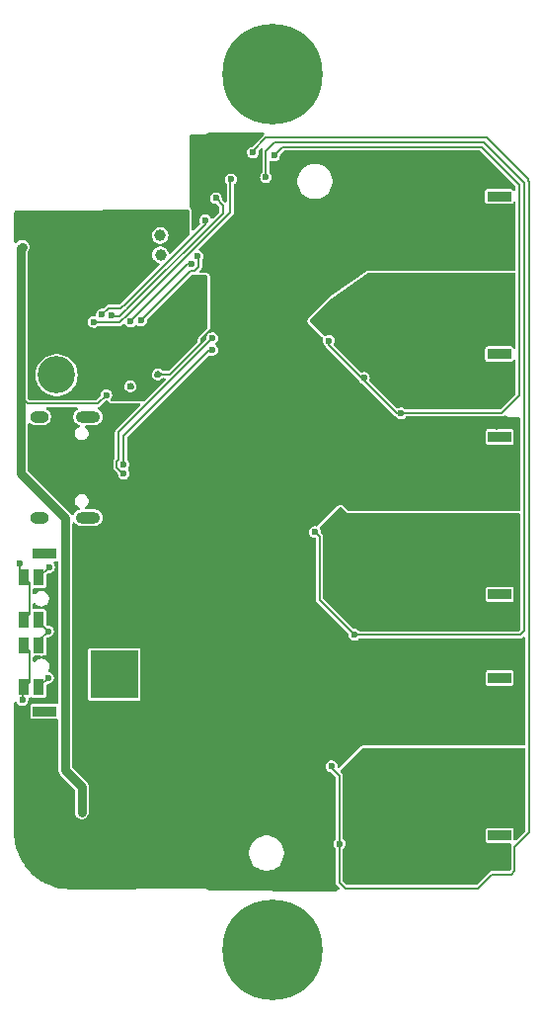
<source format=gbr>
%TF.GenerationSoftware,KiCad,Pcbnew,8.0.0*%
%TF.CreationDate,2024-05-13T20:24:03+10:00*%
%TF.ProjectId,JonoBro,4a6f6e6f-4272-46f2-9e6b-696361645f70,0.2*%
%TF.SameCoordinates,Original*%
%TF.FileFunction,Copper,L2,Bot*%
%TF.FilePolarity,Positive*%
%FSLAX46Y46*%
G04 Gerber Fmt 4.6, Leading zero omitted, Abs format (unit mm)*
G04 Created by KiCad (PCBNEW 8.0.0) date 2024-05-13 20:24:03*
%MOMM*%
%LPD*%
G01*
G04 APERTURE LIST*
%TA.AperFunction,ComponentPad*%
%ADD10C,0.900000*%
%TD*%
%TA.AperFunction,ComponentPad*%
%ADD11C,8.600000*%
%TD*%
%TA.AperFunction,ComponentPad*%
%ADD12O,2.100000X1.000000*%
%TD*%
%TA.AperFunction,ComponentPad*%
%ADD13O,1.600000X1.000000*%
%TD*%
%TA.AperFunction,ComponentPad*%
%ADD14C,3.200000*%
%TD*%
%TA.AperFunction,ComponentPad*%
%ADD15R,2.000000X0.900000*%
%TD*%
%TA.AperFunction,ComponentPad*%
%ADD16R,4.100000X4.100000*%
%TD*%
%TA.AperFunction,ComponentPad*%
%ADD17C,4.100000*%
%TD*%
%TA.AperFunction,SMDPad,CuDef*%
%ADD18C,1.000000*%
%TD*%
%TA.AperFunction,SMDPad,CuDef*%
%ADD19R,0.900000X1.400000*%
%TD*%
%TA.AperFunction,ViaPad*%
%ADD20C,0.600000*%
%TD*%
%TA.AperFunction,ViaPad*%
%ADD21C,0.800000*%
%TD*%
%TA.AperFunction,Conductor*%
%ADD22C,0.200000*%
%TD*%
%TA.AperFunction,Conductor*%
%ADD23C,0.800000*%
%TD*%
G04 APERTURE END LIST*
D10*
%TO.P,H4,1*%
%TO.N,N/C*%
X19150000Y-5150000D03*
X20094581Y-2869581D03*
X20094581Y-7430419D03*
X22375000Y-1925000D03*
D11*
X22375000Y-5150000D03*
D10*
X22375000Y-8375000D03*
X24655419Y-2869581D03*
X24655419Y-7430419D03*
X25600000Y-5150000D03*
%TD*%
D12*
%TO.P,J6,S1,SHIELD*%
%TO.N,GND*%
X6531472Y40470000D03*
D13*
X2351472Y40470000D03*
D12*
X6531472Y31830000D03*
D13*
X2351472Y31830000D03*
%TD*%
D10*
%TO.P,H3,1*%
%TO.N,N/C*%
X19155419Y69819581D03*
X20100000Y72100000D03*
X20100000Y67539162D03*
X22380419Y73044581D03*
D11*
X22380419Y69819581D03*
D10*
X22380419Y66594581D03*
X24660838Y72100000D03*
X24660838Y67539162D03*
X25605419Y69819581D03*
%TD*%
D14*
%TO.P,TP3,1,1*%
%TO.N,SWITCH*%
X3850000Y44052432D03*
%TD*%
D15*
%TO.P,J1,*%
%TO.N,*%
X41850000Y38750000D03*
X41850000Y25250000D03*
D16*
%TO.P,J1,1,Pin_1*%
%TO.N,Net-(D7-A)*%
X35850000Y28400000D03*
D17*
%TO.P,J1,2,Pin_2*%
%TO.N,+12V*%
X35850000Y35600000D03*
%TD*%
D15*
%TO.P,J3,*%
%TO.N,*%
X41800000Y59350000D03*
X41800000Y45850000D03*
D16*
%TO.P,J3,1,Pin_1*%
%TO.N,Net-(D4-A)*%
X35800000Y49000000D03*
D17*
%TO.P,J3,2,Pin_2*%
%TO.N,+12V*%
X35800000Y56200000D03*
%TD*%
D15*
%TO.P,J2,*%
%TO.N,*%
X41850000Y18100000D03*
X41850000Y4600000D03*
D16*
%TO.P,J2,1,Pin_1*%
%TO.N,Net-(D6-A)*%
X35850000Y7750000D03*
D17*
%TO.P,J2,2,Pin_2*%
%TO.N,+12V*%
X35850000Y14950000D03*
%TD*%
D15*
%TO.P,J4,*%
%TO.N,*%
X2800000Y15250000D03*
X2800000Y28750000D03*
D16*
%TO.P,J4,1,Pin_1*%
%TO.N,GND*%
X8800000Y18400000D03*
D17*
%TO.P,J4,2,Pin_2*%
%TO.N,+12V*%
X8800000Y25600000D03*
%TD*%
D18*
%TO.P,TP5,1,1*%
%TO.N,Net-(U2-GPIO20{slash}U0RXD)*%
X12750000Y54350000D03*
%TD*%
%TO.P,TP4,1,1*%
%TO.N,Net-(U2-GPIO21{slash}U0TXD)*%
X12739328Y56000000D03*
%TD*%
D19*
%TO.P,SW2,1,1*%
%TO.N,Net-(U2-GPIO9)*%
X1005000Y20900000D03*
X1005000Y17300000D03*
%TO.P,SW2,2,2*%
%TO.N,GND*%
X2305000Y20900000D03*
X2305000Y17300000D03*
%TD*%
D18*
%TO.P,TP6,1,1*%
%TO.N,GND*%
X9600000Y55600000D03*
%TD*%
D19*
%TO.P,SW1,1,1*%
%TO.N,Net-(U2-EN{slash}CHIP_PU)*%
X1000000Y26700000D03*
X1000000Y23100000D03*
%TO.P,SW1,2,2*%
%TO.N,GND*%
X2300000Y26700000D03*
X2300000Y23100000D03*
%TD*%
D20*
%TO.N,Net-(D4-A)*%
X26900000Y48100000D03*
X27550000Y48750000D03*
X26900000Y49350000D03*
X26300000Y48750000D03*
%TO.N,+3.3V*%
X6000000Y8800000D03*
X900000Y55025000D03*
X8100000Y42350000D03*
X6000000Y6600000D03*
X800000Y50600000D03*
X6000000Y7600000D03*
%TO.N,GND*%
X3100000Y22100000D03*
X6000000Y56000000D03*
X8678556Y54505269D03*
X6637885Y52531141D03*
X6637885Y50623557D03*
X15736041Y50600000D03*
X4600000Y51000000D03*
X3100000Y18100000D03*
X9600000Y55600000D03*
X8900000Y46650000D03*
X8589832Y52531141D03*
X12985899Y49238773D03*
X7850000Y44050000D03*
X4600000Y52600000D03*
X6704429Y54505269D03*
X4200000Y49100000D03*
X1950000Y46400000D03*
X8678556Y50623557D03*
X15736041Y51627556D03*
X4600000Y54200000D03*
X4600000Y56000000D03*
X10652684Y52553322D03*
X7600000Y56000000D03*
X3200000Y27600000D03*
X10608322Y54527450D03*
X6350000Y46650000D03*
%TO.N,PXL_PWR*%
X7750000Y49250000D03*
X16585000Y57300000D03*
D21*
%TO.N,+12V*%
X34874623Y33024286D03*
X34100000Y38100000D03*
X21600000Y48600000D03*
X33000000Y33200000D03*
X36100000Y59600000D03*
X28600000Y56600000D03*
X40100000Y37600000D03*
X31100000Y17600000D03*
X40100000Y14600000D03*
X38600000Y19100000D03*
X38600000Y37600000D03*
X35600000Y20600000D03*
X40600000Y53843715D03*
X32600000Y35100000D03*
X38600000Y34600000D03*
X33100000Y62600000D03*
D20*
X20850000Y58350000D03*
D21*
X43100000Y20600000D03*
X27000000Y53800000D03*
X37600000Y53843715D03*
X41600000Y33100000D03*
X40100000Y39600000D03*
X40600000Y56600000D03*
X31100000Y14600000D03*
X38600000Y39600000D03*
D20*
X15400000Y6600000D03*
D21*
X38600000Y20600000D03*
X25600000Y56600000D03*
X37100000Y20600000D03*
X40100000Y16100000D03*
X40600000Y55100000D03*
X31436702Y37400000D03*
X20400000Y49000000D03*
X39100000Y56600000D03*
X41600000Y39800000D03*
X37100000Y33100000D03*
X31600000Y55200000D03*
X39100000Y59600000D03*
X43100000Y34600000D03*
X42100000Y56600000D03*
X23400000Y52000000D03*
X31200000Y33200000D03*
X27000000Y55200000D03*
X39100000Y55100000D03*
D20*
X19200000Y54750000D03*
D21*
X42100000Y58100000D03*
X36100000Y61100000D03*
X31600000Y56600000D03*
D20*
X14400000Y5600000D03*
D21*
X35600000Y19100000D03*
X41600000Y20600000D03*
X38600000Y16100000D03*
X38600000Y33100000D03*
X34100000Y39600000D03*
X41600000Y13100000D03*
X37600000Y62600000D03*
X24200000Y50800000D03*
D20*
X15400000Y7600000D03*
D21*
X30100000Y55100000D03*
X39100000Y61100000D03*
X40100000Y19100000D03*
X41600000Y16100000D03*
X31500000Y53900000D03*
X25600000Y53800000D03*
X31600000Y62600000D03*
X43100000Y37600000D03*
X38600000Y13100000D03*
X25600000Y55200000D03*
X38600000Y14600000D03*
X26800000Y52400000D03*
D20*
X16400000Y62150000D03*
D21*
X40100000Y36100000D03*
X38600000Y17600000D03*
X31100000Y16100000D03*
X31100000Y19100000D03*
X30100000Y62600000D03*
X30230741Y34457650D03*
X40100000Y33100000D03*
D20*
X25594579Y26824519D03*
D21*
X42100000Y53843715D03*
X32600000Y36600000D03*
X30100000Y59600000D03*
X39100000Y53843715D03*
D20*
X14400000Y7600000D03*
D21*
X43100000Y16100000D03*
X30100000Y56600000D03*
X34100000Y20600000D03*
X37100000Y17600000D03*
D20*
X12520000Y44100000D03*
D21*
X35600000Y39600000D03*
X37100000Y38100000D03*
D20*
X14400000Y6600000D03*
D21*
X40100000Y13100000D03*
X40600000Y61100000D03*
X23200000Y49600000D03*
X33100000Y59600000D03*
X40100000Y17600000D03*
X41600000Y14600000D03*
X34600000Y53843715D03*
X25200000Y52000000D03*
X31100000Y13100000D03*
X37600000Y61100000D03*
X39100000Y58100000D03*
X40100000Y34600000D03*
D20*
X18150000Y46890000D03*
D21*
X32600000Y38100000D03*
X38600000Y36100000D03*
D20*
X26322338Y2257403D03*
D21*
X28600000Y58200000D03*
X34100000Y17600000D03*
X41600000Y37600000D03*
X28600000Y62600000D03*
X43100000Y13100000D03*
X30100000Y61100000D03*
X34600000Y62600000D03*
X34600000Y59600000D03*
X36100000Y62600000D03*
X37600000Y58100000D03*
X39100000Y62600000D03*
X42100000Y55100000D03*
X32600000Y20600000D03*
X29600000Y33200000D03*
D20*
X11657937Y32593770D03*
D21*
X31600000Y58100000D03*
X24089921Y53842746D03*
X40100000Y20600000D03*
D20*
X15400000Y5600000D03*
D21*
X31100000Y20600000D03*
X43100000Y14600000D03*
X31600000Y59600000D03*
D20*
X14400000Y4600000D03*
D21*
X33100000Y61100000D03*
X31600000Y61100000D03*
X40600000Y58100000D03*
X32600000Y17600000D03*
X43100000Y39800000D03*
X41600000Y36100000D03*
X24089921Y56642746D03*
D20*
X17000000Y3800000D03*
D21*
X34100000Y19100000D03*
X22000000Y50400000D03*
X27000000Y56600000D03*
X43100000Y36100000D03*
X32600000Y19100000D03*
X37100000Y39600000D03*
X32600000Y39600000D03*
X43100000Y33100000D03*
X37600000Y59600000D03*
D20*
X10185355Y43078481D03*
D21*
X30100000Y58100000D03*
X37100000Y19100000D03*
X34600000Y61100000D03*
X30800000Y35800000D03*
D20*
X19090000Y45120000D03*
D21*
X28600000Y55200000D03*
X35600000Y17600000D03*
X41600000Y34600000D03*
X24089921Y55242746D03*
D20*
%TO.N,Net-(U2-EN{slash}CHIP_PU)*%
X700000Y27900000D03*
%TO.N,Net-(Q1-G)*%
X22500000Y62855730D03*
X33386548Y40775621D03*
X27200000Y47000000D03*
X30200000Y43800000D03*
%TO.N,Net-(U2-GPIO9)*%
X900000Y16200000D03*
D21*
%TO.N,Net-(D4-A)*%
X34600000Y46100000D03*
X31563750Y44712746D03*
D20*
X29983460Y44978227D03*
D21*
X39100000Y52100000D03*
X37600000Y44600000D03*
X36100000Y46100000D03*
X37600000Y43100000D03*
X36100000Y44600000D03*
X42100000Y44600000D03*
X39100000Y43100000D03*
X28564318Y47796669D03*
D20*
X30119077Y46294401D03*
D21*
X39100000Y46100000D03*
X31600000Y52100000D03*
X42100000Y43100000D03*
X31600000Y50600000D03*
X36100000Y52100000D03*
X37600000Y46100000D03*
X39100000Y49100000D03*
D20*
X31800000Y43100000D03*
X30703401Y45715158D03*
X32400000Y42500000D03*
D21*
X40600000Y43100000D03*
X28600000Y50600000D03*
X40600000Y49100000D03*
X34600000Y52100000D03*
X37600000Y52100000D03*
X39100000Y50600000D03*
X31600000Y49100000D03*
D20*
X29489023Y46822833D03*
D21*
X38400000Y41800000D03*
D20*
X33050000Y43174195D03*
D21*
X42100000Y47600000D03*
X40600000Y50600000D03*
X36100000Y43100000D03*
X30112188Y49099034D03*
X33100000Y46200000D03*
X41400000Y41800000D03*
D20*
X28853528Y46168907D03*
D21*
X40600000Y44600000D03*
D20*
X32450000Y43750000D03*
D21*
X36900000Y41800000D03*
X42100000Y49100000D03*
X40600000Y52100000D03*
X35400000Y41800000D03*
X30100000Y50600000D03*
D20*
X33000000Y41950000D03*
D21*
X42100000Y52100000D03*
D20*
X33650000Y42600000D03*
D21*
X39100000Y44600000D03*
X31600000Y47600000D03*
X42100000Y50600000D03*
X39100000Y47600000D03*
D20*
X29407726Y45567807D03*
D21*
X39900000Y41800000D03*
X34600000Y44600000D03*
X40600000Y47600000D03*
D20*
%TO.N,USBD+*%
X17200000Y47200000D03*
X9600000Y35600497D03*
%TO.N,USBD-*%
X9600000Y36400000D03*
X17200000Y46200000D03*
%TO.N,Net-(U2-GPIO21{slash}U0TXD)*%
X12739328Y56000000D03*
%TO.N,Net-(U2-GPIO20{slash}U0RXD)*%
X12750000Y54350000D03*
D21*
%TO.N,Net-(D6-A)*%
X35600000Y4100000D03*
X41100000Y11600000D03*
D20*
X29584974Y9552449D03*
D21*
X30675475Y7891234D03*
X38600000Y2600000D03*
X32600000Y2600000D03*
X38100000Y8600000D03*
X35100000Y10100000D03*
D20*
X28778165Y6721353D03*
D21*
X34100000Y1100000D03*
X33600000Y11600000D03*
X32600000Y1100000D03*
X34100000Y2600000D03*
X37100000Y4100000D03*
X31100000Y2600000D03*
X42600000Y11600000D03*
X36600000Y10100000D03*
D20*
X30742654Y10749240D03*
D21*
X41100000Y7100000D03*
D20*
X29784826Y5869563D03*
D21*
X33600000Y7100000D03*
X33600000Y5600000D03*
D20*
X29459819Y10858750D03*
D21*
X40100000Y2600000D03*
X41459385Y3428111D03*
X42600000Y10100000D03*
X38100000Y11600000D03*
X38100000Y10100000D03*
X35600000Y1100000D03*
X31100000Y1100000D03*
X29600000Y4100000D03*
X29600000Y1100000D03*
X38100000Y5600000D03*
X42600000Y8600000D03*
X36600000Y11600000D03*
X32600000Y4100000D03*
X39600000Y7100000D03*
X34100000Y4100000D03*
X38600000Y4100000D03*
D20*
X29779295Y5056491D03*
D21*
X41100000Y8600000D03*
X35100000Y5600000D03*
X32100000Y5600000D03*
X36600000Y5600000D03*
D20*
X28805820Y5078616D03*
D21*
X41100000Y10100000D03*
X29091306Y7891234D03*
X35600000Y2600000D03*
X37100000Y2600000D03*
X42592211Y5713295D03*
X39600000Y8600000D03*
X38100000Y7100000D03*
D20*
X30054303Y11437590D03*
X29751639Y6721353D03*
D21*
X37100000Y1100000D03*
X31100000Y4100000D03*
X32100000Y7100000D03*
X33600000Y8600000D03*
X40100000Y4100000D03*
X35100000Y11600000D03*
D20*
X28767103Y5891687D03*
D21*
X32100000Y8600000D03*
D20*
X30163814Y10123467D03*
D21*
X39600000Y10100000D03*
X39600000Y11600000D03*
D20*
X28912268Y10256444D03*
D21*
X38600000Y1100000D03*
X42600000Y7100000D03*
X33600000Y10100000D03*
X41127350Y5732827D03*
X39600000Y5600000D03*
X32100000Y10100000D03*
%TO.N,Net-(D7-A)*%
X41100000Y22600000D03*
X38100000Y24100000D03*
X42600000Y30100000D03*
X27172516Y28638563D03*
D20*
X28888729Y31435841D03*
D21*
X32100000Y24100000D03*
X36600000Y24100000D03*
X33600000Y22600000D03*
X42600000Y22600000D03*
X29100000Y27100000D03*
X38100000Y30100000D03*
X39600000Y30100000D03*
X33600000Y28600000D03*
X41100000Y24100000D03*
X38100000Y22600000D03*
X39600000Y22600000D03*
D20*
X27085266Y31018856D03*
D21*
X35100000Y24100000D03*
X38100000Y31600000D03*
X32100000Y22600000D03*
X38100000Y25600000D03*
X30600000Y27100000D03*
X41100000Y31600000D03*
X36600000Y22600000D03*
X32100000Y25600000D03*
D20*
X28315917Y25042538D03*
D21*
X32100000Y28600000D03*
X39600000Y25600000D03*
X29100000Y28600000D03*
D20*
X28900000Y23250000D03*
D21*
X39600000Y24100000D03*
D20*
X28200000Y32050000D03*
D21*
X39600000Y27100000D03*
X42600000Y31600000D03*
X30600000Y25600000D03*
X33600000Y30100000D03*
X33600000Y24100000D03*
X39600000Y31600000D03*
X32100000Y27100000D03*
X35100000Y22600000D03*
D20*
X28000000Y31150000D03*
X27721169Y30309980D03*
D21*
X30600000Y28600000D03*
X41100000Y30100000D03*
X36600000Y25600000D03*
D20*
X27685662Y24450000D03*
D21*
X35100000Y25600000D03*
X33600000Y31600000D03*
X36600000Y31600000D03*
X41100000Y28600000D03*
X41100000Y27100000D03*
X30600000Y30100000D03*
X39600000Y28600000D03*
X27172516Y26400000D03*
X42600000Y28600000D03*
X42600000Y27100000D03*
X42600000Y24100000D03*
X33600000Y27100000D03*
X38100000Y27100000D03*
D20*
X28300000Y23900000D03*
D21*
X30600000Y22600000D03*
D20*
X29543915Y23917830D03*
D21*
X33600000Y25600000D03*
X35100000Y31600000D03*
D20*
X28958608Y24485922D03*
D21*
X38100000Y28600000D03*
X30600000Y31600000D03*
D20*
%TO.N,Net-(Q4-C)*%
X27426894Y10529118D03*
X20675000Y63100000D03*
X28100000Y3900000D03*
%TO.N,Net-(Q7-C)*%
X26000000Y30600000D03*
X21800000Y61000000D03*
X29400000Y21800000D03*
%TO.N,MOSFET_WS*%
X18788406Y60813064D03*
X7025000Y48600000D03*
%TO.N,MOSFET_LMR*%
X15424502Y53600000D03*
X10204332Y48645668D03*
%TO.N,MOSFET_RMR*%
X11079057Y48720943D03*
X15943022Y54216236D03*
%TO.N,PXL*%
X8600000Y49150000D03*
X17500000Y59200000D03*
%TD*%
D22*
%TO.N,Net-(Q4-C)*%
X20675000Y63100000D02*
X20675000Y63240686D01*
X20675000Y63240686D02*
X21804314Y64370000D01*
X43113033Y1576724D02*
X42823276Y1286967D01*
X21804314Y64370000D02*
X40767118Y64370000D01*
X44274192Y60862926D02*
X44345347Y60459365D01*
X28583742Y66258D02*
X28100000Y550000D01*
X28100000Y550000D02*
X28100000Y3900000D01*
X44350000Y60406180D02*
X44350000Y4883182D01*
X44345347Y60459365D02*
X44350000Y60406180D01*
X44350000Y4883182D02*
X43113033Y3646215D01*
X40767118Y64370000D02*
X44274192Y60862926D01*
X43113033Y3646215D02*
X43113033Y1576724D01*
X42823276Y1286967D02*
X41177006Y1286967D01*
X41177006Y1286967D02*
X39956297Y66258D01*
X39956297Y66258D02*
X28583742Y66258D01*
%TO.N,Net-(Q7-C)*%
X26400000Y24800000D02*
X26400000Y30200000D01*
X26400000Y30200000D02*
X26000000Y30600000D01*
D23*
%TO.N,+3.3V*%
X4600000Y31800000D02*
X800000Y35600000D01*
X6000000Y8800000D02*
X4600000Y10200000D01*
D22*
X1400000Y41600000D02*
X800000Y42200000D01*
D23*
X800000Y35600000D02*
X800000Y46400000D01*
X4600000Y10200000D02*
X4600000Y31800000D01*
D22*
X7350000Y41600000D02*
X1400000Y41600000D01*
D23*
X800000Y46400000D02*
X800000Y50600000D01*
X800000Y50600000D02*
X800000Y54925000D01*
D22*
X8100000Y42350000D02*
X7350000Y41600000D01*
D23*
X6000000Y6600000D02*
X6000000Y8800000D01*
X800000Y54925000D02*
X900000Y55025000D01*
D22*
%TO.N,GND*%
X3200000Y27600000D02*
X2300000Y26700000D01*
X2300000Y23100000D02*
X2300000Y22900000D01*
X3100000Y18100000D02*
X3100000Y18075000D01*
X2300000Y22900000D02*
X3100000Y22100000D01*
X3100000Y18075000D02*
X2325000Y17300000D01*
X2325000Y20900000D02*
X2325000Y21325000D01*
X2325000Y21325000D02*
X3100000Y22100000D01*
%TO.N,PXL_PWR*%
X7750000Y49250000D02*
X8300000Y49800000D01*
X8300000Y49800000D02*
X9318628Y49800000D01*
X9564296Y50045668D02*
X9664296Y50045668D01*
X9664296Y50045668D02*
X16585000Y56966372D01*
X9318628Y49800000D02*
X9564296Y50045668D01*
X16585000Y56966372D02*
X16585000Y57300000D01*
%TO.N,+12V*%
X16267157Y47115686D02*
X16951471Y47800000D01*
X16951471Y47800000D02*
X17450000Y47800000D01*
X18150000Y47100000D02*
X18150000Y46890000D01*
X12520000Y44100000D02*
X13534314Y44100000D01*
X17450000Y47800000D02*
X18150000Y47100000D01*
X13534314Y44100000D02*
X16267157Y46832843D01*
X16267157Y46832843D02*
X16267157Y47115686D01*
%TO.N,Net-(U2-EN{slash}CHIP_PU)*%
X1000000Y26700000D02*
X1510000Y26190000D01*
X700000Y27900000D02*
X700000Y27000000D01*
X1510000Y23610000D02*
X1000000Y23100000D01*
X700000Y27000000D02*
X1000000Y26700000D01*
X1510000Y26190000D02*
X1510000Y23610000D01*
%TO.N,Net-(Q1-G)*%
X22500000Y62855730D02*
X23214270Y63570000D01*
X27200000Y47000000D02*
X27200000Y46600000D01*
X27200000Y46600000D02*
X30000000Y43800000D01*
X33024379Y40775621D02*
X33386548Y40775621D01*
X43525000Y42325000D02*
X42000000Y40800000D01*
X23214270Y63570000D02*
X40300000Y63570000D01*
X30200000Y43800000D02*
X30200000Y43600000D01*
X40300000Y63570000D02*
X43525000Y60345000D01*
X30200000Y43600000D02*
X33024379Y40775621D01*
X43525000Y60345000D02*
X43525000Y42325000D01*
X42000000Y40800000D02*
X33400000Y40800000D01*
X30000000Y43800000D02*
X30200000Y43800000D01*
%TO.N,Net-(U2-GPIO9)*%
X1520000Y17795000D02*
X1520000Y20405000D01*
X900000Y16200000D02*
X900000Y17175000D01*
X1520000Y20405000D02*
X1025000Y20900000D01*
X900000Y17175000D02*
X1520000Y17795000D01*
%TO.N,USBD+*%
X9000000Y36648529D02*
X9000000Y36151471D01*
X9000000Y36151471D02*
X9351471Y35800000D01*
X17200000Y47200000D02*
X9150000Y39150000D01*
X9150000Y36798529D02*
X9000000Y36648529D01*
X9351471Y35800000D02*
X9400497Y35800000D01*
X9150000Y39150000D02*
X9150000Y36798529D01*
X9400497Y35800000D02*
X9600000Y35600497D01*
%TO.N,USBD-*%
X17200000Y46200000D02*
X16950000Y46200000D01*
X9600000Y38850000D02*
X9600000Y36400000D01*
X16950000Y46200000D02*
X9600000Y38850000D01*
%TO.N,Net-(Q4-C)*%
X27426894Y10373106D02*
X28100000Y9700000D01*
X27426894Y10529118D02*
X27426894Y10373106D01*
X28100000Y9700000D02*
X28100000Y3900000D01*
%TO.N,Net-(Q7-C)*%
X40465686Y63970000D02*
X43925000Y60510686D01*
X21800000Y61000000D02*
X21800000Y63200000D01*
X22570000Y63970000D02*
X40465686Y63970000D01*
X26400000Y24800000D02*
X29400000Y21800000D01*
X43925000Y22125000D02*
X43600000Y21800000D01*
X21800000Y63200000D02*
X22570000Y63970000D01*
X43600000Y21800000D02*
X29400000Y21800000D01*
X43925000Y60510686D02*
X43925000Y22125000D01*
%TO.N,MOSFET_WS*%
X18788406Y60813064D02*
X18750000Y60774658D01*
X7075000Y48550000D02*
X7025000Y48600000D01*
X18750000Y60774658D02*
X18750000Y58000000D01*
X18750000Y58000000D02*
X9995668Y49245668D01*
X9260135Y48550000D02*
X7075000Y48550000D01*
X9955803Y49245668D02*
X9260135Y48550000D01*
X9995668Y49245668D02*
X9955803Y49245668D01*
%TO.N,MOSFET_LMR*%
X15424502Y53600000D02*
X15109585Y53600000D01*
X15109585Y53600000D02*
X10204332Y48694747D01*
X10204332Y48694747D02*
X10204332Y48645668D01*
%TO.N,MOSFET_RMR*%
X16024502Y54134756D02*
X15943022Y54216236D01*
X11079057Y48720943D02*
X15358114Y53000000D01*
X16024502Y53351471D02*
X16024502Y54134756D01*
X15358114Y53000000D02*
X15673031Y53000000D01*
X15673031Y53000000D02*
X16024502Y53351471D01*
%TO.N,PXL*%
X8650000Y49100000D02*
X9244449Y49100000D01*
X8600000Y49150000D02*
X8650000Y49100000D01*
X9790117Y49645668D02*
X9829982Y49645668D01*
X9244449Y49100000D02*
X9790117Y49645668D01*
X9829982Y49645668D02*
X18100000Y57915686D01*
X18100000Y57915686D02*
X18100000Y58600000D01*
X18100000Y58600000D02*
X17500000Y59200000D01*
%TD*%
%TA.AperFunction,Conductor*%
%TO.N,Net-(D6-A)*%
G36*
X43992539Y12080315D02*
G01*
X44038294Y12027511D01*
X44049500Y11976000D01*
X44049500Y5059015D01*
X44029815Y4991976D01*
X44013181Y4971334D01*
X43262181Y4220334D01*
X43200858Y4186849D01*
X43131166Y4191833D01*
X43075233Y4233705D01*
X43050816Y4299169D01*
X43050500Y4308015D01*
X43050500Y5069751D01*
X43050499Y5069753D01*
X43038868Y5128230D01*
X43038867Y5128231D01*
X42994552Y5194553D01*
X42928230Y5238868D01*
X42928229Y5238869D01*
X42869752Y5250500D01*
X42869748Y5250500D01*
X40830252Y5250500D01*
X40830247Y5250500D01*
X40771770Y5238869D01*
X40771769Y5238868D01*
X40705447Y5194553D01*
X40661132Y5128231D01*
X40661131Y5128230D01*
X40649500Y5069753D01*
X40649500Y4130248D01*
X40661131Y4071771D01*
X40661132Y4071770D01*
X40705447Y4005448D01*
X40771769Y3961133D01*
X40771770Y3961132D01*
X40830247Y3949501D01*
X40830250Y3949500D01*
X42726373Y3949500D01*
X42793412Y3929815D01*
X42839167Y3877011D01*
X42849111Y3807853D01*
X42835937Y3769791D01*
X42836123Y3769714D01*
X42834833Y3766601D01*
X42833761Y3763502D01*
X42833014Y3762209D01*
X42833012Y3762206D01*
X42812533Y3685776D01*
X42812533Y1752557D01*
X42792848Y1685518D01*
X42776214Y1664876D01*
X42735124Y1623786D01*
X42673801Y1590301D01*
X42647443Y1587467D01*
X41137444Y1587467D01*
X41106873Y1579276D01*
X41061014Y1566988D01*
X41061013Y1566987D01*
X41009358Y1537163D01*
X41009357Y1537162D01*
X40992496Y1527428D01*
X40992493Y1527426D01*
X39868145Y403077D01*
X39806822Y369592D01*
X39780464Y366758D01*
X28759575Y366758D01*
X28692536Y386443D01*
X28671894Y403077D01*
X28436819Y638152D01*
X28403334Y699475D01*
X28400500Y725833D01*
X28400500Y3436262D01*
X28420185Y3503301D01*
X28430787Y3517465D01*
X28431124Y3517856D01*
X28431128Y3517857D01*
X28525377Y3626627D01*
X28585165Y3757543D01*
X28605647Y3900000D01*
X28585165Y4042457D01*
X28525377Y4173373D01*
X28525375Y4173375D01*
X28525374Y4173378D01*
X28430787Y4282538D01*
X28401762Y4346094D01*
X28400500Y4363740D01*
X28400500Y9739560D01*
X28400500Y9739562D01*
X28380022Y9815988D01*
X28340460Y9884511D01*
X28226319Y9998652D01*
X28192834Y10059975D01*
X28190000Y10086333D01*
X28190000Y10148447D01*
X28209685Y10215486D01*
X28226549Y10236358D01*
X30063721Y12063911D01*
X30125132Y12097235D01*
X30151172Y12100000D01*
X43925500Y12100000D01*
X43992539Y12080315D01*
G37*
%TD.AperFunction*%
%TD*%
%TA.AperFunction,Conductor*%
%TO.N,+12V*%
G36*
X21638963Y64830315D02*
G01*
X21684718Y64777511D01*
X21694662Y64708353D01*
X21665637Y64644797D01*
X21633923Y64618613D01*
X21619809Y64610465D01*
X21619801Y64610459D01*
X20635051Y63625709D01*
X20582305Y63594413D01*
X20464949Y63559955D01*
X20343873Y63482144D01*
X20249623Y63373374D01*
X20249622Y63373372D01*
X20189834Y63242457D01*
X20169353Y63100000D01*
X20189834Y62957544D01*
X20204119Y62926265D01*
X20249623Y62826627D01*
X20343872Y62717857D01*
X20464947Y62640047D01*
X20464950Y62640046D01*
X20464949Y62640046D01*
X20603036Y62599501D01*
X20603038Y62599500D01*
X20603039Y62599500D01*
X20746962Y62599500D01*
X20746962Y62599501D01*
X20885053Y62640047D01*
X21006128Y62717857D01*
X21100377Y62826627D01*
X21160165Y62957543D01*
X21180647Y63100000D01*
X21161654Y63232101D01*
X21171598Y63301259D01*
X21196708Y63337425D01*
X21324853Y63465570D01*
X21386174Y63499053D01*
X21455866Y63494069D01*
X21511799Y63452197D01*
X21536216Y63386733D01*
X21522512Y63323739D01*
X21523090Y63323499D01*
X21521763Y63320297D01*
X21521364Y63318460D01*
X21519988Y63316012D01*
X21519979Y63315991D01*
X21507522Y63269500D01*
X21502248Y63249815D01*
X21499500Y63239561D01*
X21499500Y61463740D01*
X21479815Y61396701D01*
X21469213Y61382538D01*
X21374625Y61273378D01*
X21374622Y61273372D01*
X21314834Y61142457D01*
X21294353Y61000000D01*
X21314834Y60857544D01*
X21335148Y60813064D01*
X21374623Y60726627D01*
X21468872Y60617857D01*
X21589947Y60540047D01*
X21589950Y60540046D01*
X21589949Y60540046D01*
X21728036Y60499501D01*
X21728038Y60499500D01*
X21728039Y60499500D01*
X21871962Y60499500D01*
X21871962Y60499501D01*
X21896116Y60506593D01*
X24495500Y60506593D01*
X24513389Y60393649D01*
X24532546Y60272694D01*
X24532546Y60272691D01*
X24605723Y60047476D01*
X24687979Y59886040D01*
X24713236Y59836470D01*
X24852432Y59644884D01*
X25019884Y59477432D01*
X25211470Y59338236D01*
X25422473Y59230725D01*
X25422475Y59230724D01*
X25647691Y59157547D01*
X25647692Y59157547D01*
X25647695Y59157546D01*
X25881593Y59120500D01*
X25881594Y59120500D01*
X26118406Y59120500D01*
X26118407Y59120500D01*
X26352305Y59157546D01*
X26352308Y59157547D01*
X26352309Y59157547D01*
X26577524Y59230724D01*
X26577524Y59230725D01*
X26577527Y59230725D01*
X26788530Y59338236D01*
X26980116Y59477432D01*
X27147568Y59644884D01*
X27286764Y59836470D01*
X27394275Y60047473D01*
X27467454Y60272695D01*
X27504500Y60506593D01*
X27504500Y60743407D01*
X27467454Y60977305D01*
X27467453Y60977309D01*
X27467453Y60977310D01*
X27394276Y61202525D01*
X27358359Y61273017D01*
X27286764Y61413530D01*
X27147568Y61605116D01*
X26980116Y61772568D01*
X26788530Y61911764D01*
X26577524Y62019277D01*
X26352308Y62092454D01*
X26176881Y62120239D01*
X26118407Y62129500D01*
X25881593Y62129500D01*
X25803627Y62117152D01*
X25647693Y62092454D01*
X25647690Y62092454D01*
X25422475Y62019277D01*
X25211469Y61911764D01*
X25128951Y61851810D01*
X25019884Y61772568D01*
X25019882Y61772566D01*
X25019881Y61772566D01*
X24852434Y61605119D01*
X24852434Y61605118D01*
X24852432Y61605116D01*
X24792652Y61522838D01*
X24713236Y61413531D01*
X24605723Y61202525D01*
X24532546Y60977310D01*
X24532546Y60977307D01*
X24513577Y60857543D01*
X24495500Y60743407D01*
X24495500Y60506593D01*
X21896116Y60506593D01*
X22008844Y60539692D01*
X22010050Y60540046D01*
X22010050Y60540047D01*
X22010053Y60540047D01*
X22131128Y60617857D01*
X22225377Y60726627D01*
X22285165Y60857543D01*
X22305647Y61000000D01*
X22285165Y61142457D01*
X22225377Y61273373D01*
X22225375Y61273375D01*
X22225374Y61273378D01*
X22130787Y61382538D01*
X22101762Y61446094D01*
X22100500Y61463740D01*
X22100500Y62290439D01*
X22120185Y62357478D01*
X22172989Y62403233D01*
X22242147Y62413177D01*
X22281450Y62398515D01*
X22281882Y62399460D01*
X22289949Y62395776D01*
X22428036Y62355231D01*
X22428038Y62355230D01*
X22428039Y62355230D01*
X22571962Y62355230D01*
X22571962Y62355231D01*
X22710053Y62395777D01*
X22831128Y62473587D01*
X22925377Y62582357D01*
X22985165Y62713273D01*
X23005647Y62855730D01*
X23004339Y62864825D01*
X23014279Y62933981D01*
X23039390Y62970151D01*
X23302423Y63233184D01*
X23363745Y63266666D01*
X23390103Y63269500D01*
X40124167Y63269500D01*
X40191206Y63249815D01*
X40211848Y63233181D01*
X43188181Y60256848D01*
X43221666Y60195525D01*
X43224500Y60169167D01*
X43224500Y59932753D01*
X43204815Y59865714D01*
X43152011Y59819959D01*
X43082853Y59810015D01*
X43019297Y59839040D01*
X42997478Y59869298D01*
X42995652Y59868077D01*
X42944552Y59944553D01*
X42878230Y59988868D01*
X42878229Y59988869D01*
X42819752Y60000500D01*
X42819748Y60000500D01*
X40780252Y60000500D01*
X40780247Y60000500D01*
X40721770Y59988869D01*
X40721769Y59988868D01*
X40655447Y59944553D01*
X40611132Y59878231D01*
X40611131Y59878230D01*
X40599500Y59819753D01*
X40599500Y58880248D01*
X40611131Y58821771D01*
X40611132Y58821770D01*
X40655447Y58755448D01*
X40721769Y58711133D01*
X40721770Y58711132D01*
X40780247Y58699501D01*
X40780250Y58699500D01*
X40780252Y58699500D01*
X42819750Y58699500D01*
X42819751Y58699501D01*
X42834568Y58702448D01*
X42878229Y58711132D01*
X42878229Y58711133D01*
X42878231Y58711133D01*
X42944552Y58755448D01*
X42988867Y58821769D01*
X42988866Y58821769D01*
X42995652Y58831923D01*
X42998360Y58830114D01*
X43029773Y58869100D01*
X43096066Y58891169D01*
X43163766Y58873894D01*
X43211380Y58822760D01*
X43224500Y58767248D01*
X43224500Y53129500D01*
X43204815Y53062461D01*
X43152011Y53016706D01*
X43100500Y53005500D01*
X30638506Y53005500D01*
X30637579Y53005493D01*
X30635314Y53005475D01*
X30631674Y53005419D01*
X30631459Y53005415D01*
X30631456Y53005415D01*
X30570665Y52995223D01*
X30504267Y52973464D01*
X30504266Y52973464D01*
X30451843Y52947525D01*
X30451840Y52947523D01*
X27292940Y50775779D01*
X27277955Y50764432D01*
X27260533Y50749940D01*
X27260526Y50749934D01*
X27246644Y50737267D01*
X25442372Y48933000D01*
X25442364Y48932991D01*
X25414806Y48898795D01*
X25414799Y48898786D01*
X25386294Y48854433D01*
X25380858Y48845480D01*
X25380857Y48845477D01*
X25354197Y48757997D01*
X25349214Y48688316D01*
X25349213Y48688296D01*
X25348957Y48663163D01*
X25373824Y48575162D01*
X25373826Y48575158D01*
X25373827Y48575156D01*
X25407312Y48513833D01*
X25407313Y48513831D01*
X25442358Y48467016D01*
X25442374Y48466998D01*
X26621835Y47287538D01*
X26621844Y47287530D01*
X26638203Y47272835D01*
X26658843Y47256201D01*
X26658852Y47256196D01*
X26658959Y47256126D01*
X26659005Y47256072D01*
X26663586Y47252380D01*
X26662885Y47251512D01*
X26704241Y47202915D01*
X26713729Y47134766D01*
X26694353Y47000001D01*
X26714834Y46857544D01*
X26762410Y46753369D01*
X26774623Y46726627D01*
X26868872Y46617857D01*
X26868873Y46617857D01*
X26872258Y46613950D01*
X26898319Y46564842D01*
X26919977Y46484016D01*
X26919980Y46484009D01*
X26944971Y46440723D01*
X26959537Y46415493D01*
X26959542Y46415487D01*
X29696787Y43678242D01*
X29721899Y43642074D01*
X29774623Y43526627D01*
X29868872Y43417857D01*
X29989947Y43340047D01*
X30023334Y43330244D01*
X30076081Y43298948D01*
X32783919Y40591110D01*
X32839868Y40535161D01*
X32839870Y40535160D01*
X32839874Y40535157D01*
X32908383Y40495603D01*
X32908387Y40495602D01*
X32908390Y40495600D01*
X32947909Y40485012D01*
X33007569Y40448648D01*
X33009527Y40446443D01*
X33055420Y40393478D01*
X33176495Y40315668D01*
X33176498Y40315667D01*
X33176497Y40315667D01*
X33314584Y40275122D01*
X33314586Y40275121D01*
X33314587Y40275121D01*
X33458510Y40275121D01*
X33458510Y40275122D01*
X33596601Y40315668D01*
X33717676Y40393478D01*
X33772460Y40456704D01*
X33831238Y40494477D01*
X33866173Y40499500D01*
X42039560Y40499500D01*
X42039562Y40499500D01*
X42115989Y40519979D01*
X42184511Y40559540D01*
X42195334Y40570364D01*
X42256652Y40603847D01*
X42326344Y40598865D01*
X42374231Y40566222D01*
X42374418Y40566399D01*
X42375249Y40565528D01*
X42375322Y40565478D01*
X42375722Y40565032D01*
X42375728Y40565026D01*
X42393078Y40546838D01*
X42472291Y40501127D01*
X42472295Y40501126D01*
X42472296Y40501125D01*
X42490223Y40495600D01*
X42539061Y40480547D01*
X42596842Y40471448D01*
X43499517Y40459372D01*
X43499503Y40458340D01*
X43563102Y40442532D01*
X43611033Y40391695D01*
X43624500Y40335494D01*
X43624500Y32529500D01*
X43604815Y32462461D01*
X43552011Y32416706D01*
X43500500Y32405500D01*
X28936482Y32405500D01*
X28869443Y32425185D01*
X28848801Y32441819D01*
X28432994Y32857626D01*
X28432984Y32857635D01*
X28398787Y32885194D01*
X28354423Y32913706D01*
X28345479Y32919136D01*
X28345478Y32919137D01*
X28345477Y32919137D01*
X28322402Y32926169D01*
X28257996Y32945797D01*
X28188315Y32950780D01*
X28188314Y32950781D01*
X28188301Y32950781D01*
X28163166Y32951037D01*
X28163165Y32951037D01*
X28163162Y32951037D01*
X28075159Y32926169D01*
X28013829Y32892680D01*
X27967018Y32857637D01*
X27966997Y32857619D01*
X26292679Y31183301D01*
X26292655Y31183276D01*
X26275916Y31164334D01*
X26275890Y31164303D01*
X26253253Y31135260D01*
X26252305Y31135999D01*
X26204909Y31093987D01*
X26135867Y31083267D01*
X26117199Y31087218D01*
X26071964Y31100500D01*
X26071961Y31100500D01*
X25928039Y31100500D01*
X25928036Y31100500D01*
X25789949Y31059955D01*
X25668873Y30982144D01*
X25574623Y30873374D01*
X25574622Y30873372D01*
X25514834Y30742457D01*
X25494353Y30600000D01*
X25514834Y30457544D01*
X25574622Y30326629D01*
X25574623Y30326627D01*
X25668872Y30217857D01*
X25789947Y30140047D01*
X25789950Y30140046D01*
X25789949Y30140046D01*
X25897107Y30108583D01*
X25925280Y30100310D01*
X25928036Y30099501D01*
X25928038Y30099500D01*
X25975500Y30099500D01*
X26042539Y30079815D01*
X26088294Y30027011D01*
X26099500Y29975500D01*
X26099500Y24760438D01*
X26113152Y24709487D01*
X26119979Y24684010D01*
X26119980Y24684009D01*
X26152098Y24628379D01*
X26152099Y24628377D01*
X26159537Y24615493D01*
X26159541Y24615488D01*
X28860604Y21914425D01*
X28894089Y21853102D01*
X28895661Y21809098D01*
X28894353Y21800001D01*
X28914834Y21657544D01*
X28941353Y21599477D01*
X28974623Y21526627D01*
X29068872Y21417857D01*
X29189947Y21340047D01*
X29189950Y21340046D01*
X29189949Y21340046D01*
X29328036Y21299501D01*
X29328038Y21299500D01*
X29328039Y21299500D01*
X29471962Y21299500D01*
X29471962Y21299501D01*
X29610053Y21340047D01*
X29731128Y21417857D01*
X29764788Y21456704D01*
X29823567Y21494477D01*
X29858501Y21499500D01*
X43639560Y21499500D01*
X43639562Y21499500D01*
X43715989Y21519979D01*
X43784511Y21559540D01*
X43837819Y21612848D01*
X43899142Y21646333D01*
X43968834Y21641349D01*
X44024767Y21599477D01*
X44049184Y21534013D01*
X44049500Y21525167D01*
X44049500Y12429500D01*
X44029815Y12362461D01*
X43977011Y12316706D01*
X43925500Y12305500D01*
X30151172Y12305500D01*
X30132811Y12304528D01*
X30129471Y12304351D01*
X30129468Y12304351D01*
X30103435Y12301587D01*
X30027117Y12277856D01*
X29965716Y12244537D01*
X29965710Y12244533D01*
X29918797Y12209607D01*
X29918792Y12209602D01*
X28143992Y10444095D01*
X28082581Y10410771D01*
X28012903Y10415938D01*
X27957079Y10457956D01*
X27933987Y10520367D01*
X27933803Y10520340D01*
X27933679Y10521201D01*
X27932834Y10523485D01*
X27932671Y10528210D01*
X27932540Y10529117D01*
X27932541Y10529118D01*
X27912059Y10671575D01*
X27852271Y10802491D01*
X27758022Y10911261D01*
X27636947Y10989071D01*
X27636945Y10989072D01*
X27636943Y10989073D01*
X27636944Y10989073D01*
X27498857Y11029618D01*
X27498855Y11029618D01*
X27354933Y11029618D01*
X27354930Y11029618D01*
X27216843Y10989073D01*
X27095767Y10911262D01*
X27001517Y10802492D01*
X27001516Y10802490D01*
X26941728Y10671575D01*
X26921247Y10529118D01*
X26941728Y10386662D01*
X26993461Y10273384D01*
X27001517Y10255745D01*
X27095766Y10146975D01*
X27216841Y10069165D01*
X27312502Y10041077D01*
X27365247Y10009782D01*
X27763181Y9611848D01*
X27796666Y9550525D01*
X27799500Y9524167D01*
X27799500Y4363740D01*
X27779815Y4296701D01*
X27769213Y4282538D01*
X27674625Y4173378D01*
X27674622Y4173372D01*
X27614834Y4042457D01*
X27594353Y3900000D01*
X27614834Y3757544D01*
X27649394Y3681870D01*
X27674623Y3626627D01*
X27768872Y3517857D01*
X27768875Y3517856D01*
X27769213Y3517465D01*
X27798238Y3453909D01*
X27799500Y3436262D01*
X27799500Y510438D01*
X27813152Y459487D01*
X27819979Y434010D01*
X27829738Y417107D01*
X27839498Y400203D01*
X27839499Y400202D01*
X27859539Y365490D01*
X28084550Y140479D01*
X28118035Y79156D01*
X28113051Y9464D01*
X28071179Y-46469D01*
X28035190Y-65132D01*
X27863134Y-121040D01*
X27789131Y-158749D01*
X27732306Y-172264D01*
X16995926Y-126577D01*
X16940161Y-113064D01*
X16779407Y-31159D01*
X16599697Y27229D01*
X16413057Y56787D01*
X16370379Y56787D01*
X16367814Y57033D01*
X16318448Y56787D01*
X16317833Y56785D01*
X16268356Y56785D01*
X16265792Y56526D01*
X5002977Y519D01*
X4996952Y635D01*
X4587102Y18528D01*
X4576327Y19471D01*
X4509266Y28300D01*
X4171950Y72708D01*
X4161296Y74586D01*
X3763078Y162869D01*
X3752630Y165669D01*
X3363639Y288317D01*
X3353473Y292017D01*
X2976642Y448106D01*
X2966838Y452678D01*
X2847126Y514996D01*
X2605042Y641017D01*
X2595686Y646418D01*
X2388801Y778219D01*
X2251690Y865569D01*
X2242829Y871773D01*
X1919233Y1120077D01*
X1910946Y1127031D01*
X1610232Y1402584D01*
X1602583Y1410233D01*
X1327030Y1710947D01*
X1320076Y1719234D01*
X1071772Y2042830D01*
X1065568Y2051691D01*
X900070Y2311470D01*
X846413Y2395695D01*
X841020Y2405035D01*
X652674Y2766845D01*
X648105Y2776643D01*
X563211Y2981594D01*
X20345500Y2981594D01*
X20382546Y2747694D01*
X20382546Y2747691D01*
X20455723Y2522476D01*
X20563236Y2311470D01*
X20702432Y2119884D01*
X20869884Y1952432D01*
X21061470Y1813236D01*
X21233562Y1725551D01*
X21272475Y1705724D01*
X21497691Y1632547D01*
X21497692Y1632547D01*
X21497695Y1632546D01*
X21731593Y1595500D01*
X21731594Y1595500D01*
X21968406Y1595500D01*
X21968407Y1595500D01*
X22202305Y1632546D01*
X22202308Y1632547D01*
X22202309Y1632547D01*
X22427524Y1705724D01*
X22427524Y1705725D01*
X22427527Y1705725D01*
X22638530Y1813236D01*
X22830116Y1952432D01*
X22997568Y2119884D01*
X23136764Y2311470D01*
X23244275Y2522473D01*
X23317454Y2747695D01*
X23354500Y2981593D01*
X23354500Y3218407D01*
X23317454Y3452305D01*
X23317453Y3452309D01*
X23317453Y3452310D01*
X23244276Y3677525D01*
X23242062Y3681870D01*
X23136764Y3888530D01*
X22997568Y4080116D01*
X22830116Y4247568D01*
X22638530Y4386764D01*
X22637865Y4387103D01*
X22427524Y4494277D01*
X22202308Y4567454D01*
X22026881Y4595239D01*
X21968407Y4604500D01*
X21731593Y4604500D01*
X21653627Y4592152D01*
X21497693Y4567454D01*
X21497690Y4567454D01*
X21272475Y4494277D01*
X21061469Y4386764D01*
X21029780Y4363740D01*
X20869884Y4247568D01*
X20869882Y4247566D01*
X20869881Y4247566D01*
X20702434Y4080119D01*
X20702434Y4080118D01*
X20702432Y4080116D01*
X20649574Y4007364D01*
X20563236Y3888531D01*
X20455723Y3677525D01*
X20382546Y3452310D01*
X20382546Y3452307D01*
X20345500Y3218407D01*
X20345500Y2981594D01*
X563211Y2981594D01*
X492016Y3153474D01*
X488316Y3163640D01*
X365668Y3552631D01*
X362868Y3563079D01*
X348780Y3626627D01*
X274583Y3961305D01*
X272707Y3971951D01*
X268045Y4007364D01*
X219468Y4376346D01*
X218528Y4387083D01*
X200618Y4797298D01*
X200500Y4802707D01*
X200500Y15956854D01*
X220185Y16023893D01*
X272989Y16069648D01*
X342147Y16079592D01*
X405703Y16050567D01*
X437294Y16008365D01*
X474620Y15926631D01*
X474623Y15926627D01*
X568872Y15817857D01*
X689947Y15740047D01*
X689950Y15740046D01*
X689949Y15740046D01*
X828036Y15699501D01*
X828038Y15699500D01*
X828039Y15699500D01*
X971962Y15699500D01*
X971962Y15699501D01*
X1110053Y15740047D01*
X1231128Y15817857D01*
X1325377Y15926627D01*
X1385165Y16057543D01*
X1405647Y16200000D01*
X1396408Y16264257D01*
X1406351Y16333413D01*
X1452106Y16386217D01*
X1494954Y16403520D01*
X1533231Y16411133D01*
X1586108Y16446466D01*
X1652785Y16467344D01*
X1720165Y16448860D01*
X1723892Y16446465D01*
X1776768Y16411133D01*
X1776770Y16411132D01*
X1835247Y16399501D01*
X1835250Y16399500D01*
X1835252Y16399500D01*
X2774750Y16399500D01*
X2774751Y16399501D01*
X2794958Y16403520D01*
X2833229Y16411132D01*
X2833229Y16411133D01*
X2833231Y16411133D01*
X2899552Y16455448D01*
X2943867Y16521769D01*
X2943867Y16521771D01*
X2943868Y16521771D01*
X2955499Y16580248D01*
X2955500Y16580250D01*
X2955500Y17454167D01*
X2975185Y17521206D01*
X2991819Y17541848D01*
X3013152Y17563181D01*
X3074475Y17596666D01*
X3100833Y17599500D01*
X3171962Y17599500D01*
X3171962Y17599501D01*
X3310053Y17640047D01*
X3431128Y17717857D01*
X3525377Y17826627D01*
X3585165Y17957543D01*
X3605647Y18100000D01*
X3585165Y18242457D01*
X3525377Y18373373D01*
X3431128Y18482143D01*
X3310053Y18559953D01*
X3310051Y18559954D01*
X3310049Y18559955D01*
X3310050Y18559955D01*
X3197159Y18593102D01*
X3138380Y18630876D01*
X3109355Y18694432D01*
X3119298Y18763590D01*
X3128987Y18780964D01*
X3135011Y18789978D01*
X3184348Y18909089D01*
X3209500Y19035537D01*
X3209500Y19164463D01*
X3209275Y19165591D01*
X3184350Y19290904D01*
X3184347Y19290913D01*
X3135013Y19410018D01*
X3135012Y19410020D01*
X3098152Y19465184D01*
X3063383Y19517220D01*
X3063380Y19517224D01*
X2972223Y19608381D01*
X2972219Y19608384D01*
X2865019Y19680013D01*
X2865017Y19680014D01*
X2745912Y19729348D01*
X2745903Y19729351D01*
X2622567Y19753883D01*
X2560656Y19786268D01*
X2556317Y19793888D01*
X2498177Y19756523D01*
X2487433Y19753883D01*
X2364096Y19729351D01*
X2364087Y19729348D01*
X2244982Y19680014D01*
X2244980Y19680013D01*
X2137780Y19608384D01*
X2137776Y19608381D01*
X2046619Y19517224D01*
X2042753Y19512512D01*
X2041467Y19513568D01*
X1993985Y19473888D01*
X1924659Y19465184D01*
X1861633Y19495341D01*
X1824917Y19554786D01*
X1820500Y19587586D01*
X1820500Y19875500D01*
X1840185Y19942539D01*
X1892989Y19988294D01*
X1944500Y19999500D01*
X2463242Y19999500D01*
X2530281Y19979815D01*
X2554849Y19951462D01*
X2570687Y19973425D01*
X2635706Y19999006D01*
X2646758Y19999500D01*
X2774750Y19999500D01*
X2774751Y19999501D01*
X2789568Y20002448D01*
X2833229Y20011132D01*
X2833229Y20011133D01*
X2833231Y20011133D01*
X2899552Y20055448D01*
X2943867Y20121769D01*
X2943867Y20121771D01*
X2943868Y20121771D01*
X2955499Y20180248D01*
X2955500Y20180250D01*
X2955500Y21475500D01*
X2975185Y21542539D01*
X3027989Y21588294D01*
X3079500Y21599500D01*
X3171962Y21599500D01*
X3171962Y21599501D01*
X3310053Y21640047D01*
X3431128Y21717857D01*
X3525377Y21826627D01*
X3585165Y21957543D01*
X3605647Y22100000D01*
X3585165Y22242457D01*
X3525377Y22373373D01*
X3431128Y22482143D01*
X3310053Y22559953D01*
X3310051Y22559954D01*
X3310049Y22559955D01*
X3310050Y22559955D01*
X3171963Y22600500D01*
X3171961Y22600500D01*
X3075833Y22600500D01*
X3008794Y22620185D01*
X2988152Y22636819D01*
X2986819Y22638152D01*
X2953334Y22699475D01*
X2950500Y22725833D01*
X2950500Y23819751D01*
X2950499Y23819753D01*
X2938868Y23878230D01*
X2938867Y23878231D01*
X2894552Y23944553D01*
X2828230Y23988868D01*
X2828229Y23988869D01*
X2769752Y24000500D01*
X2769748Y24000500D01*
X2641758Y24000500D01*
X2574719Y24020185D01*
X2550150Y24048539D01*
X2534313Y24026575D01*
X2469294Y24000994D01*
X2458242Y24000500D01*
X1934500Y24000500D01*
X1867461Y24020185D01*
X1821706Y24072989D01*
X1810500Y24124500D01*
X1810500Y24419898D01*
X1830185Y24486937D01*
X1882989Y24532692D01*
X1952147Y24542636D01*
X2015703Y24513611D01*
X2037604Y24488786D01*
X2041617Y24482779D01*
X2132776Y24391620D01*
X2132780Y24391617D01*
X2239978Y24319989D01*
X2239979Y24319989D01*
X2239980Y24319988D01*
X2239982Y24319987D01*
X2319385Y24287098D01*
X2359089Y24270652D01*
X2359091Y24270652D01*
X2359096Y24270650D01*
X2482433Y24246117D01*
X2544344Y24213732D01*
X2548682Y24206113D01*
X2606823Y24243477D01*
X2617567Y24246117D01*
X2740903Y24270650D01*
X2740906Y24270652D01*
X2740911Y24270652D01*
X2860022Y24319989D01*
X2967220Y24391617D01*
X3058383Y24482780D01*
X3130011Y24589978D01*
X3179348Y24709089D01*
X3204500Y24835537D01*
X3204500Y24964463D01*
X3204275Y24965591D01*
X3179350Y25090904D01*
X3179347Y25090913D01*
X3130013Y25210018D01*
X3130012Y25210020D01*
X3078003Y25287856D01*
X3058383Y25317220D01*
X3058380Y25317224D01*
X2967223Y25408381D01*
X2967219Y25408384D01*
X2860019Y25480013D01*
X2860017Y25480014D01*
X2740912Y25529348D01*
X2740903Y25529351D01*
X2617567Y25553883D01*
X2555656Y25586268D01*
X2551317Y25593888D01*
X2493177Y25556523D01*
X2482433Y25553883D01*
X2359096Y25529351D01*
X2359087Y25529348D01*
X2239982Y25480014D01*
X2239980Y25480013D01*
X2132780Y25408384D01*
X2132776Y25408381D01*
X2041619Y25317224D01*
X2041614Y25317218D01*
X2037601Y25311211D01*
X1983988Y25266406D01*
X1914663Y25257700D01*
X1851636Y25287856D01*
X1814918Y25347299D01*
X1810500Y25380103D01*
X1810500Y25675500D01*
X1830185Y25742539D01*
X1882989Y25788294D01*
X1934500Y25799500D01*
X2458242Y25799500D01*
X2525281Y25779815D01*
X2549849Y25751462D01*
X2565687Y25773425D01*
X2630706Y25799006D01*
X2641758Y25799500D01*
X2769750Y25799500D01*
X2769751Y25799501D01*
X2784568Y25802448D01*
X2828229Y25811132D01*
X2828229Y25811133D01*
X2828231Y25811133D01*
X2894552Y25855448D01*
X2938867Y25921769D01*
X2938867Y25921771D01*
X2938868Y25921771D01*
X2950499Y25980248D01*
X2950500Y25980250D01*
X2950500Y26874168D01*
X2970185Y26941207D01*
X2986815Y26961845D01*
X3088151Y27063182D01*
X3149474Y27096666D01*
X3175832Y27099500D01*
X3271962Y27099500D01*
X3271962Y27099501D01*
X3410053Y27140047D01*
X3531128Y27217857D01*
X3625377Y27326627D01*
X3685165Y27457543D01*
X3705647Y27600000D01*
X3685165Y27742457D01*
X3625377Y27873373D01*
X3607245Y27894298D01*
X3578221Y27957853D01*
X3588165Y28027011D01*
X3633919Y28079815D01*
X3700959Y28099500D01*
X3819748Y28099500D01*
X3851308Y28105778D01*
X3920898Y28099552D01*
X3976076Y28056690D01*
X3999322Y27990801D01*
X3999500Y27984161D01*
X3999500Y16015840D01*
X3979815Y15948801D01*
X3927011Y15903046D01*
X3857853Y15893102D01*
X3851309Y15894223D01*
X3819752Y15900500D01*
X3819748Y15900500D01*
X1780252Y15900500D01*
X1780247Y15900500D01*
X1721770Y15888869D01*
X1721769Y15888868D01*
X1655447Y15844553D01*
X1611132Y15778231D01*
X1611131Y15778230D01*
X1599500Y15719753D01*
X1599500Y14780248D01*
X1611131Y14721771D01*
X1611132Y14721770D01*
X1655447Y14655448D01*
X1721769Y14611133D01*
X1721770Y14611132D01*
X1780247Y14599501D01*
X1780250Y14599500D01*
X1780252Y14599500D01*
X3819748Y14599500D01*
X3851308Y14605778D01*
X3920898Y14599552D01*
X3976076Y14556690D01*
X3999322Y14490801D01*
X3999500Y14484161D01*
X3999500Y10286670D01*
X3999499Y10286652D01*
X3999499Y10120946D01*
X3999498Y10120946D01*
X4040423Y9968214D01*
X4040424Y9968213D01*
X4065305Y9925118D01*
X4119481Y9831283D01*
X4238349Y9712415D01*
X4238355Y9712410D01*
X5363181Y8587584D01*
X5396666Y8526261D01*
X5399500Y8499903D01*
X5399500Y6520944D01*
X5440423Y6368217D01*
X5440426Y6368210D01*
X5519475Y6231291D01*
X5519479Y6231286D01*
X5519480Y6231284D01*
X5631284Y6119480D01*
X5631286Y6119479D01*
X5631290Y6119476D01*
X5768209Y6040427D01*
X5768216Y6040423D01*
X5920943Y5999500D01*
X5920945Y5999500D01*
X6079055Y5999500D01*
X6079057Y5999500D01*
X6231784Y6040423D01*
X6368716Y6119480D01*
X6480520Y6231284D01*
X6559577Y6368216D01*
X6600500Y6520943D01*
X6600500Y8710941D01*
X6600501Y8710954D01*
X6600501Y8879055D01*
X6600501Y8879057D01*
X6559577Y9031785D01*
X6506027Y9124536D01*
X6480520Y9168716D01*
X6368716Y9280520D01*
X6368715Y9280521D01*
X6364385Y9284851D01*
X6364374Y9284861D01*
X5236819Y10412416D01*
X5203334Y10473739D01*
X5200500Y10500097D01*
X5200500Y16330248D01*
X6549500Y16330248D01*
X6561131Y16271771D01*
X6561132Y16271770D01*
X6605447Y16205448D01*
X6671769Y16161133D01*
X6671770Y16161132D01*
X6730247Y16149501D01*
X6730250Y16149500D01*
X6730252Y16149500D01*
X10869750Y16149500D01*
X10869751Y16149501D01*
X10884568Y16152448D01*
X10928229Y16161132D01*
X10928229Y16161133D01*
X10928231Y16161133D01*
X10994552Y16205448D01*
X11038867Y16271769D01*
X11038867Y16271771D01*
X11038868Y16271771D01*
X11050499Y16330248D01*
X11050500Y16330250D01*
X11050500Y17630248D01*
X40649500Y17630248D01*
X40661131Y17571771D01*
X40661132Y17571770D01*
X40705447Y17505448D01*
X40771769Y17461133D01*
X40771770Y17461132D01*
X40830247Y17449501D01*
X40830250Y17449500D01*
X40830252Y17449500D01*
X42869750Y17449500D01*
X42869751Y17449501D01*
X42893211Y17454167D01*
X42928229Y17461132D01*
X42928229Y17461133D01*
X42928231Y17461133D01*
X42994552Y17505448D01*
X43038867Y17571769D01*
X43038867Y17571771D01*
X43038868Y17571771D01*
X43050499Y17630248D01*
X43050500Y17630250D01*
X43050500Y18569751D01*
X43050499Y18569753D01*
X43038868Y18628230D01*
X43038867Y18628231D01*
X42994552Y18694553D01*
X42928230Y18738868D01*
X42928229Y18738869D01*
X42869752Y18750500D01*
X42869748Y18750500D01*
X40830252Y18750500D01*
X40830247Y18750500D01*
X40771770Y18738869D01*
X40771769Y18738868D01*
X40705447Y18694553D01*
X40661132Y18628231D01*
X40661131Y18628230D01*
X40649500Y18569753D01*
X40649500Y17630248D01*
X11050500Y17630248D01*
X11050500Y20469751D01*
X11050499Y20469753D01*
X11038868Y20528230D01*
X11038867Y20528231D01*
X10994552Y20594553D01*
X10928230Y20638868D01*
X10928229Y20638869D01*
X10869752Y20650500D01*
X10869748Y20650500D01*
X6730252Y20650500D01*
X6730247Y20650500D01*
X6671770Y20638869D01*
X6671769Y20638868D01*
X6605447Y20594553D01*
X6561132Y20528231D01*
X6561131Y20528230D01*
X6549500Y20469753D01*
X6549500Y16330248D01*
X5200500Y16330248D01*
X5200500Y31329168D01*
X5220185Y31396207D01*
X5272989Y31441962D01*
X5342147Y31451906D01*
X5405703Y31422881D01*
X5427603Y31398057D01*
X5437356Y31383460D01*
X5437360Y31383455D01*
X5534926Y31285889D01*
X5534930Y31285886D01*
X5649654Y31209229D01*
X5649667Y31209222D01*
X5777139Y31156422D01*
X5777144Y31156420D01*
X5777148Y31156420D01*
X5777149Y31156419D01*
X5912476Y31129500D01*
X5912479Y31129500D01*
X7150467Y31129500D01*
X7241513Y31147611D01*
X7285800Y31156420D01*
X7413283Y31209225D01*
X7528014Y31285886D01*
X7625586Y31383458D01*
X7702247Y31498189D01*
X7755052Y31625672D01*
X7781972Y31761007D01*
X7781972Y31898993D01*
X7781972Y31898996D01*
X7755053Y32034323D01*
X7755052Y32034324D01*
X7755052Y32034328D01*
X7721398Y32115577D01*
X7702250Y32161805D01*
X7702243Y32161818D01*
X7625586Y32276542D01*
X7625583Y32276546D01*
X7528017Y32374112D01*
X7528013Y32374115D01*
X7413289Y32450772D01*
X7413276Y32450779D01*
X7285804Y32503579D01*
X7285794Y32503582D01*
X7150467Y32530500D01*
X7150465Y32530500D01*
X6359715Y32530500D01*
X6292676Y32550185D01*
X6246921Y32602989D01*
X6236977Y32672147D01*
X6266002Y32735703D01*
X6297714Y32761887D01*
X6357293Y32796285D01*
X6465187Y32904179D01*
X6541480Y33036322D01*
X6580972Y33183707D01*
X6580972Y33336293D01*
X6541480Y33483678D01*
X6465187Y33615821D01*
X6357293Y33723715D01*
X6357291Y33723716D01*
X6357289Y33723718D01*
X6225153Y33800007D01*
X6225154Y33800007D01*
X6213067Y33803246D01*
X6077765Y33839500D01*
X5925179Y33839500D01*
X5789876Y33803246D01*
X5777790Y33800007D01*
X5645654Y33723718D01*
X5645648Y33723713D01*
X5537759Y33615824D01*
X5537754Y33615818D01*
X5461465Y33483682D01*
X5461464Y33483678D01*
X5421972Y33336293D01*
X5421972Y33183707D01*
X5461464Y33036322D01*
X5461465Y33036319D01*
X5537754Y32904183D01*
X5537756Y32904181D01*
X5537757Y32904179D01*
X5645651Y32796285D01*
X5705230Y32761887D01*
X5778015Y32719864D01*
X5826231Y32669297D01*
X5839453Y32600690D01*
X5813485Y32535825D01*
X5763468Y32497916D01*
X5649664Y32450777D01*
X5649654Y32450772D01*
X5534930Y32374115D01*
X5534926Y32374112D01*
X5437360Y32276546D01*
X5437357Y32276542D01*
X5360700Y32161818D01*
X5360697Y32161812D01*
X5341546Y32115577D01*
X5297704Y32061174D01*
X5231410Y32039110D01*
X5163711Y32056390D01*
X5119598Y32101031D01*
X5080522Y32168713D01*
X5080518Y32168718D01*
X1436819Y35812417D01*
X1403334Y35873740D01*
X1400500Y35900098D01*
X1400500Y39831481D01*
X1420185Y39898520D01*
X1472989Y39944275D01*
X1542147Y39954219D01*
X1599616Y39928899D01*
X1599865Y39929270D01*
X1601980Y39927857D01*
X1603164Y39927335D01*
X1604930Y39925886D01*
X1719654Y39849229D01*
X1719667Y39849222D01*
X1833467Y39802085D01*
X1847144Y39796420D01*
X1847148Y39796420D01*
X1847149Y39796419D01*
X1982476Y39769500D01*
X1982479Y39769500D01*
X2720467Y39769500D01*
X2811513Y39787611D01*
X2855800Y39796420D01*
X2983283Y39849225D01*
X3098014Y39925886D01*
X3195586Y40023458D01*
X3272247Y40138189D01*
X3325052Y40265672D01*
X3350120Y40391695D01*
X3351972Y40401005D01*
X3351972Y40538996D01*
X3325053Y40674323D01*
X3325052Y40674324D01*
X3325052Y40674328D01*
X3302444Y40728909D01*
X3272250Y40801805D01*
X3272243Y40801818D01*
X3195586Y40916542D01*
X3195583Y40916546D01*
X3098017Y41014112D01*
X3098013Y41014115D01*
X3010787Y41072398D01*
X2965982Y41126010D01*
X2957275Y41195335D01*
X2987430Y41258363D01*
X3046873Y41295082D01*
X3079678Y41299500D01*
X5553266Y41299500D01*
X5620305Y41279815D01*
X5666060Y41227011D01*
X5676004Y41157853D01*
X5646979Y41094297D01*
X5622157Y41072398D01*
X5534930Y41014115D01*
X5534926Y41014112D01*
X5437360Y40916546D01*
X5437357Y40916542D01*
X5360700Y40801818D01*
X5360693Y40801805D01*
X5307893Y40674333D01*
X5307890Y40674323D01*
X5280972Y40538996D01*
X5280972Y40538993D01*
X5280972Y40401007D01*
X5280972Y40401005D01*
X5280971Y40401005D01*
X5307890Y40265678D01*
X5307893Y40265668D01*
X5360693Y40138196D01*
X5360700Y40138183D01*
X5437357Y40023459D01*
X5437360Y40023455D01*
X5534926Y39925889D01*
X5534930Y39925886D01*
X5649654Y39849229D01*
X5649667Y39849222D01*
X5763467Y39802085D01*
X5817871Y39758244D01*
X5839936Y39691950D01*
X5822657Y39624251D01*
X5778016Y39580137D01*
X5645651Y39503715D01*
X5645648Y39503713D01*
X5537759Y39395824D01*
X5537754Y39395818D01*
X5461465Y39263682D01*
X5461464Y39263678D01*
X5421972Y39116293D01*
X5421972Y38963707D01*
X5461464Y38816322D01*
X5461465Y38816319D01*
X5537754Y38684183D01*
X5537756Y38684181D01*
X5537757Y38684179D01*
X5645651Y38576285D01*
X5645652Y38576284D01*
X5645654Y38576283D01*
X5777790Y38499994D01*
X5777791Y38499994D01*
X5777794Y38499992D01*
X5925179Y38460500D01*
X5925182Y38460500D01*
X6077762Y38460500D01*
X6077765Y38460500D01*
X6225150Y38499992D01*
X6357293Y38576285D01*
X6465187Y38684179D01*
X6541480Y38816322D01*
X6580972Y38963707D01*
X6580972Y39116293D01*
X6541480Y39263678D01*
X6533078Y39278230D01*
X6465189Y39395818D01*
X6465184Y39395824D01*
X6357295Y39503713D01*
X6357293Y39503715D01*
X6297713Y39538114D01*
X6249499Y39588681D01*
X6236277Y39657288D01*
X6262245Y39722152D01*
X6319159Y39762680D01*
X6359715Y39769500D01*
X7150467Y39769500D01*
X7241513Y39787611D01*
X7285800Y39796420D01*
X7413283Y39849225D01*
X7528014Y39925886D01*
X7625586Y40023458D01*
X7702247Y40138189D01*
X7755052Y40265672D01*
X7780120Y40391695D01*
X7781972Y40401005D01*
X7781972Y40538996D01*
X7755053Y40674323D01*
X7755052Y40674324D01*
X7755052Y40674328D01*
X7732444Y40728909D01*
X7702250Y40801805D01*
X7702243Y40801818D01*
X7625586Y40916542D01*
X7625583Y40916546D01*
X7528017Y41014112D01*
X7528013Y41014115D01*
X7411078Y41092249D01*
X7366273Y41145861D01*
X7357566Y41215186D01*
X7387721Y41278214D01*
X7447164Y41314933D01*
X7447725Y41315086D01*
X7465989Y41319979D01*
X7534511Y41359540D01*
X7590460Y41415489D01*
X7988151Y41813182D01*
X8049474Y41846666D01*
X8075832Y41849500D01*
X8171955Y41849500D01*
X8171961Y41849500D01*
X8171966Y41849502D01*
X8174875Y41849920D01*
X8177798Y41849500D01*
X8180830Y41849500D01*
X8180830Y41849065D01*
X8244034Y41839981D01*
X8296841Y41794229D01*
X8301697Y41785991D01*
X8313542Y41763998D01*
X8359529Y41711396D01*
X8377198Y41693520D01*
X8457211Y41649224D01*
X8524336Y41629834D01*
X8582270Y41621764D01*
X10907112Y41631989D01*
X10974235Y41612599D01*
X11020222Y41559997D01*
X11030469Y41490883D01*
X11001724Y41427200D01*
X10995336Y41420309D01*
X8965489Y39390460D01*
X8909541Y39334513D01*
X8909535Y39334505D01*
X8869982Y39265996D01*
X8869979Y39265991D01*
X8849500Y39189561D01*
X8849500Y36974362D01*
X8829815Y36907323D01*
X8813181Y36886681D01*
X8759541Y36833042D01*
X8759535Y36833034D01*
X8719982Y36764525D01*
X8719979Y36764520D01*
X8706326Y36713567D01*
X8699500Y36688091D01*
X8699500Y36111909D01*
X8707661Y36081452D01*
X8719979Y36035480D01*
X8719981Y36035477D01*
X8746239Y35989998D01*
X8746239Y35989995D01*
X8746241Y35989995D01*
X8759539Y35966962D01*
X8759541Y35966959D01*
X9059854Y35666646D01*
X9093339Y35605323D01*
X9094911Y35596612D01*
X9114834Y35458041D01*
X9155857Y35368215D01*
X9174623Y35327124D01*
X9268872Y35218354D01*
X9389947Y35140544D01*
X9389950Y35140543D01*
X9389949Y35140543D01*
X9528036Y35099998D01*
X9528038Y35099997D01*
X9528039Y35099997D01*
X9671962Y35099997D01*
X9671962Y35099998D01*
X9779121Y35131462D01*
X9810050Y35140543D01*
X9810050Y35140544D01*
X9810053Y35140544D01*
X9931128Y35218354D01*
X10025377Y35327124D01*
X10085165Y35458040D01*
X10105647Y35600497D01*
X10085165Y35742954D01*
X10025377Y35873870D01*
X10025375Y35873872D01*
X10025374Y35873875D01*
X9986232Y35919047D01*
X9957207Y35982603D01*
X9967151Y36051761D01*
X9986229Y36081448D01*
X10025377Y36126627D01*
X10085165Y36257543D01*
X10105647Y36400000D01*
X10085165Y36542457D01*
X10025377Y36673373D01*
X10025375Y36673375D01*
X10025374Y36673378D01*
X9930787Y36782538D01*
X9901762Y36846094D01*
X9900500Y36863740D01*
X9900500Y38280248D01*
X40649500Y38280248D01*
X40661131Y38221771D01*
X40661132Y38221770D01*
X40705447Y38155448D01*
X40771769Y38111133D01*
X40771770Y38111132D01*
X40830247Y38099501D01*
X40830250Y38099500D01*
X40830252Y38099500D01*
X42869750Y38099500D01*
X42869751Y38099501D01*
X42884568Y38102448D01*
X42928229Y38111132D01*
X42928229Y38111133D01*
X42928231Y38111133D01*
X42994552Y38155448D01*
X43038867Y38221769D01*
X43038867Y38221771D01*
X43038868Y38221771D01*
X43050499Y38280248D01*
X43050500Y38280250D01*
X43050500Y39219751D01*
X43050499Y39219753D01*
X43038868Y39278230D01*
X43038867Y39278231D01*
X42994552Y39344553D01*
X42928230Y39388868D01*
X42928229Y39388869D01*
X42869752Y39400500D01*
X42869748Y39400500D01*
X40830252Y39400500D01*
X40830247Y39400500D01*
X40771770Y39388869D01*
X40771769Y39388868D01*
X40705447Y39344553D01*
X40661132Y39278231D01*
X40661131Y39278230D01*
X40649500Y39219753D01*
X40649500Y38280248D01*
X9900500Y38280248D01*
X9900500Y38674168D01*
X9920185Y38741207D01*
X9936814Y38761844D01*
X16880002Y45705033D01*
X16941323Y45738516D01*
X17002616Y45736327D01*
X17128038Y45699500D01*
X17128039Y45699500D01*
X17271962Y45699500D01*
X17271962Y45699501D01*
X17410053Y45740047D01*
X17531128Y45817857D01*
X17625377Y45926627D01*
X17685165Y46057543D01*
X17705647Y46200000D01*
X17685165Y46342457D01*
X17625377Y46473373D01*
X17531128Y46582143D01*
X17531125Y46582145D01*
X17531125Y46582146D01*
X17510058Y46595684D01*
X17464302Y46648487D01*
X17454358Y46717646D01*
X17483382Y46781202D01*
X17510058Y46804316D01*
X17531125Y46817855D01*
X17531125Y46817856D01*
X17531128Y46817857D01*
X17625377Y46926627D01*
X17685165Y47057543D01*
X17705647Y47200000D01*
X17685165Y47342457D01*
X17625377Y47473373D01*
X17531128Y47582143D01*
X17410053Y47659953D01*
X17410051Y47659954D01*
X17410049Y47659955D01*
X17410050Y47659955D01*
X17271963Y47700500D01*
X17271961Y47700500D01*
X17128039Y47700500D01*
X17128035Y47700500D01*
X17013166Y47666772D01*
X16943296Y47666772D01*
X16884518Y47704547D01*
X16855494Y47768103D01*
X16865438Y47837261D01*
X16890553Y47873432D01*
X16908986Y47891865D01*
X16908992Y47891871D01*
X16923693Y47908238D01*
X16940327Y47928880D01*
X16977490Y47999925D01*
X16997175Y48066964D01*
X17005500Y48124862D01*
X17005500Y52476000D01*
X17000803Y52519684D01*
X16996897Y52537636D01*
X16989602Y52571175D01*
X16989348Y52572211D01*
X16987110Y52581373D01*
X16944100Y52662085D01*
X16898345Y52714889D01*
X16898339Y52714896D01*
X16880757Y52732840D01*
X16880756Y52732841D01*
X16880754Y52732843D01*
X16880752Y52732844D01*
X16880750Y52732846D01*
X16800940Y52777489D01*
X16800935Y52777491D01*
X16733903Y52797174D01*
X16733899Y52797175D01*
X16733898Y52797175D01*
X16676000Y52805500D01*
X16675996Y52805500D01*
X16202864Y52805500D01*
X16135825Y52825185D01*
X16090070Y52877989D01*
X16080126Y52947147D01*
X16109151Y53010703D01*
X16115183Y53017181D01*
X16160463Y53062461D01*
X16264962Y53166960D01*
X16275095Y53184511D01*
X16304523Y53235482D01*
X16325002Y53311909D01*
X16325002Y53846531D01*
X16344687Y53913570D01*
X16355286Y53927731D01*
X16368399Y53942863D01*
X16428187Y54073779D01*
X16448669Y54216236D01*
X16428187Y54358693D01*
X16368399Y54489609D01*
X16274150Y54598379D01*
X16153075Y54676189D01*
X16153074Y54676190D01*
X16153073Y54676190D01*
X16120212Y54685839D01*
X16061434Y54723614D01*
X16032410Y54787170D01*
X16042354Y54856328D01*
X16067464Y54892494D01*
X18990460Y57815489D01*
X19025467Y57876124D01*
X19030021Y57884011D01*
X19050500Y57960438D01*
X19050500Y60318847D01*
X19070185Y60385886D01*
X19107461Y60423163D01*
X19119534Y60430921D01*
X19213783Y60539691D01*
X19273571Y60670607D01*
X19294053Y60813064D01*
X19273571Y60955521D01*
X19213783Y61086437D01*
X19119534Y61195207D01*
X18998459Y61273017D01*
X18998457Y61273018D01*
X18998455Y61273019D01*
X18998456Y61273019D01*
X18860369Y61313564D01*
X18860367Y61313564D01*
X18716445Y61313564D01*
X18716442Y61313564D01*
X18578355Y61273019D01*
X18457279Y61195208D01*
X18363029Y61086438D01*
X18363028Y61086436D01*
X18303240Y60955521D01*
X18282759Y60813064D01*
X18303240Y60670608D01*
X18327331Y60617857D01*
X18363029Y60539691D01*
X18419213Y60474851D01*
X18448238Y60411297D01*
X18449500Y60393649D01*
X18449500Y58974833D01*
X18429815Y58907794D01*
X18377011Y58862039D01*
X18307853Y58852095D01*
X18244297Y58881120D01*
X18237819Y58887152D01*
X18039395Y59085576D01*
X18005910Y59146899D01*
X18004339Y59190906D01*
X18005647Y59200000D01*
X17985165Y59342457D01*
X17925377Y59473373D01*
X17831128Y59582143D01*
X17710053Y59659953D01*
X17710051Y59659954D01*
X17710049Y59659955D01*
X17710050Y59659955D01*
X17571963Y59700500D01*
X17571961Y59700500D01*
X17428039Y59700500D01*
X17428036Y59700500D01*
X17289949Y59659955D01*
X17168873Y59582144D01*
X17074623Y59473374D01*
X17074622Y59473372D01*
X17014834Y59342457D01*
X16994353Y59200000D01*
X17014834Y59057544D01*
X17052608Y58974833D01*
X17074623Y58926627D01*
X17168872Y58817857D01*
X17289947Y58740047D01*
X17289950Y58740046D01*
X17289949Y58740046D01*
X17397107Y58708583D01*
X17425280Y58700310D01*
X17428036Y58699501D01*
X17428038Y58699500D01*
X17524167Y58699500D01*
X17591206Y58679815D01*
X17611848Y58663181D01*
X17763181Y58511848D01*
X17796666Y58450525D01*
X17799500Y58424167D01*
X17799500Y58091520D01*
X17779815Y58024481D01*
X17763181Y58003839D01*
X17237718Y57478377D01*
X17176395Y57444892D01*
X17106703Y57449876D01*
X17050770Y57491748D01*
X17037243Y57514546D01*
X17010377Y57573372D01*
X17010376Y57573374D01*
X16916128Y57682143D01*
X16795053Y57759953D01*
X16795051Y57759954D01*
X16795049Y57759955D01*
X16795050Y57759955D01*
X16656963Y57800500D01*
X16656961Y57800500D01*
X16513039Y57800500D01*
X16513036Y57800500D01*
X16374949Y57759955D01*
X16253873Y57682144D01*
X16159623Y57573374D01*
X16159622Y57573372D01*
X16099834Y57442457D01*
X16079353Y57300000D01*
X16099834Y57157544D01*
X16142875Y57063300D01*
X16152819Y56994142D01*
X16123794Y56930586D01*
X16117762Y56924107D01*
X15637925Y56444270D01*
X15576602Y56410785D01*
X15506910Y56415769D01*
X15450977Y56457641D01*
X15426560Y56523105D01*
X15426246Y56532605D01*
X15434444Y58086368D01*
X15429732Y58131221D01*
X15418209Y58184081D01*
X15415404Y58195396D01*
X15371897Y58275841D01*
X15325817Y58328362D01*
X15308116Y58346208D01*
X15308115Y58346209D01*
X15293740Y58354134D01*
X15244536Y58403740D01*
X15229609Y58462724D01*
X15229609Y64525173D01*
X15249294Y64592212D01*
X15302098Y64637967D01*
X15353566Y64649173D01*
X16350399Y64649500D01*
X16444481Y64649500D01*
X16444486Y64649500D01*
X16631118Y64679060D01*
X16810832Y64737453D01*
X16979199Y64823240D01*
X16983433Y64826316D01*
X17049239Y64849798D01*
X17056321Y64850000D01*
X21571924Y64850000D01*
X21638963Y64830315D01*
G37*
%TD.AperFunction*%
%TA.AperFunction,Conductor*%
G36*
X10244876Y43368459D02*
G01*
X10259343Y43364212D01*
X10292049Y43354609D01*
X10324153Y43339948D01*
X10357478Y43318532D01*
X10365529Y43313357D01*
X10392199Y43290247D01*
X10424401Y43253085D01*
X10443483Y43223392D01*
X10463909Y43178665D01*
X10473853Y43144801D01*
X10480851Y43096129D01*
X10480851Y43060835D01*
X10473853Y43012163D01*
X10463909Y42978299D01*
X10443483Y42933572D01*
X10424401Y42903879D01*
X10392199Y42866717D01*
X10365528Y42843607D01*
X10324158Y42817019D01*
X10292052Y42802356D01*
X10268466Y42795431D01*
X10244878Y42788505D01*
X10209945Y42783482D01*
X10160768Y42783482D01*
X10125834Y42788505D01*
X10078654Y42802358D01*
X10046548Y42817020D01*
X10005180Y42843606D01*
X9978508Y42866717D01*
X9977753Y42867588D01*
X9946306Y42903880D01*
X9927227Y42933568D01*
X9927225Y42933572D01*
X9906797Y42978302D01*
X9896856Y43012163D01*
X9889858Y43060837D01*
X9889858Y43096126D01*
X9892182Y43112297D01*
X9896856Y43144803D01*
X9906797Y43178661D01*
X9927228Y43223398D01*
X9946302Y43253079D01*
X9978513Y43290252D01*
X10005183Y43313361D01*
X10017580Y43321328D01*
X10046552Y43339948D01*
X10078650Y43354606D01*
X10125833Y43368460D01*
X10160763Y43373481D01*
X10209945Y43373481D01*
X10244876Y43368459D01*
G37*
%TD.AperFunction*%
%TA.AperFunction,Conductor*%
G36*
X12579521Y44389978D02*
G01*
X12593988Y44385731D01*
X12626694Y44376128D01*
X12658798Y44361467D01*
X12700168Y44334880D01*
X12700176Y44334875D01*
X12726843Y44311768D01*
X12729481Y44308724D01*
X12750218Y44287987D01*
X12776892Y44264875D01*
X12853564Y44223010D01*
X12867806Y44218829D01*
X12926582Y44181056D01*
X12955608Y44117501D01*
X12945665Y44048342D01*
X12899911Y43995537D01*
X12876205Y43983671D01*
X12832475Y43967361D01*
X12832473Y43967360D01*
X12807302Y43951185D01*
X12773690Y43929584D01*
X12773687Y43929582D01*
X12773680Y43929577D01*
X12729477Y43891275D01*
X12729469Y43891267D01*
X12726832Y43888223D01*
X12700173Y43865125D01*
X12658805Y43838538D01*
X12626697Y43823875D01*
X12579524Y43810024D01*
X12544590Y43805001D01*
X12495413Y43805001D01*
X12460479Y43810024D01*
X12413299Y43823877D01*
X12381193Y43838539D01*
X12339825Y43865125D01*
X12313153Y43888236D01*
X12310520Y43891275D01*
X12280951Y43925399D01*
X12261872Y43955087D01*
X12241442Y43999821D01*
X12231501Y44033681D01*
X12224503Y44082356D01*
X12224503Y44117645D01*
X12226827Y44133816D01*
X12231501Y44166322D01*
X12241442Y44200180D01*
X12261873Y44244917D01*
X12280947Y44274598D01*
X12313158Y44311771D01*
X12339828Y44334880D01*
X12381197Y44361467D01*
X12413295Y44376125D01*
X12460478Y44389979D01*
X12495408Y44395000D01*
X12544590Y44395000D01*
X12579521Y44389978D01*
G37*
%TD.AperFunction*%
%TA.AperFunction,Conductor*%
G36*
X16658478Y47538843D02*
G01*
X16714411Y47496971D01*
X16738828Y47431507D01*
X16727939Y47371150D01*
X16714834Y47342456D01*
X16694353Y47200000D01*
X16694353Y47199999D01*
X16695661Y47190897D01*
X16685713Y47121739D01*
X16660603Y47085576D01*
X16356897Y46781870D01*
X16295574Y46748385D01*
X16225882Y46753369D01*
X16169949Y46795241D01*
X16145532Y46860705D01*
X16150240Y46904488D01*
X16163829Y46950767D01*
X16163829Y46950769D01*
X16163832Y46950778D01*
X16172157Y47008676D01*
X16172157Y47103674D01*
X16191842Y47170713D01*
X16208476Y47191355D01*
X16527463Y47510342D01*
X16588786Y47543827D01*
X16658478Y47538843D01*
G37*
%TD.AperFunction*%
%TD*%
%TA.AperFunction,Conductor*%
%TO.N,Net-(D4-A)*%
G36*
X43167539Y52780315D02*
G01*
X43213294Y52727511D01*
X43224500Y52676000D01*
X43224500Y46432753D01*
X43204815Y46365714D01*
X43152011Y46319959D01*
X43082853Y46310015D01*
X43019297Y46339040D01*
X42997478Y46369298D01*
X42995652Y46368077D01*
X42944552Y46444553D01*
X42878230Y46488868D01*
X42878229Y46488869D01*
X42819752Y46500500D01*
X42819748Y46500500D01*
X40780252Y46500500D01*
X40780247Y46500500D01*
X40721770Y46488869D01*
X40721769Y46488868D01*
X40655447Y46444553D01*
X40611132Y46378231D01*
X40611131Y46378230D01*
X40599500Y46319753D01*
X40599500Y45380248D01*
X40611131Y45321771D01*
X40611132Y45321770D01*
X40655447Y45255448D01*
X40721769Y45211133D01*
X40721770Y45211132D01*
X40780247Y45199501D01*
X40780250Y45199500D01*
X40780252Y45199500D01*
X42819750Y45199500D01*
X42819751Y45199501D01*
X42834568Y45202448D01*
X42878229Y45211132D01*
X42878229Y45211133D01*
X42878231Y45211133D01*
X42944552Y45255448D01*
X42988867Y45321769D01*
X42988866Y45321769D01*
X42995652Y45331923D01*
X42998360Y45330114D01*
X43029773Y45369100D01*
X43096066Y45391169D01*
X43163766Y45373894D01*
X43211380Y45322760D01*
X43224500Y45267248D01*
X43224500Y42500833D01*
X43204815Y42433794D01*
X43188181Y42413152D01*
X41911848Y41136819D01*
X41850525Y41103334D01*
X41824167Y41100500D01*
X33823924Y41100500D01*
X33756885Y41120185D01*
X33730209Y41143300D01*
X33717677Y41157763D01*
X33717676Y41157764D01*
X33596601Y41235574D01*
X33596599Y41235575D01*
X33596597Y41235576D01*
X33596598Y41235576D01*
X33458511Y41276121D01*
X33458509Y41276121D01*
X33314587Y41276121D01*
X33314584Y41276121D01*
X33176499Y41235577D01*
X33176490Y41235572D01*
X33146656Y41216399D01*
X33079617Y41196715D01*
X33012577Y41216400D01*
X32991937Y41233034D01*
X30709131Y43515840D01*
X30675646Y43577163D01*
X30680630Y43646855D01*
X30684010Y43655015D01*
X30685165Y43657543D01*
X30705647Y43800000D01*
X30685165Y43942457D01*
X30625377Y44073373D01*
X30531128Y44182143D01*
X30410053Y44259953D01*
X30410051Y44259954D01*
X30410049Y44259955D01*
X30410050Y44259955D01*
X30271963Y44300500D01*
X30271961Y44300500D01*
X30128039Y44300500D01*
X30128035Y44300500D01*
X30041267Y44275023D01*
X29971397Y44275023D01*
X29918652Y44306319D01*
X27646335Y46578636D01*
X27612850Y46639959D01*
X27617834Y46709651D01*
X27622186Y46718335D01*
X27621693Y46718560D01*
X27685165Y46857544D01*
X27705647Y47000000D01*
X27685165Y47142457D01*
X27625377Y47273373D01*
X27531128Y47382143D01*
X27410053Y47459953D01*
X27410051Y47459954D01*
X27410049Y47459955D01*
X27410050Y47459955D01*
X27271963Y47500500D01*
X27271961Y47500500D01*
X27128039Y47500500D01*
X27128036Y47500500D01*
X26989949Y47459955D01*
X26989946Y47459954D01*
X26921873Y47416206D01*
X26854834Y47396522D01*
X26787794Y47416207D01*
X26767154Y47432841D01*
X25587675Y48612319D01*
X25554190Y48673642D01*
X25559174Y48743334D01*
X25587675Y48787681D01*
X27391953Y50591954D01*
X27409372Y50606444D01*
X30568263Y52778182D01*
X30634659Y52799940D01*
X30638513Y52800000D01*
X43100500Y52800000D01*
X43167539Y52780315D01*
G37*
%TD.AperFunction*%
%TD*%
%TA.AperFunction,Conductor*%
%TO.N,Net-(D7-A)*%
G36*
X28243334Y32740820D02*
G01*
X28287681Y32712319D01*
X28800000Y32200000D01*
X31800000Y32200000D01*
X43500500Y32200000D01*
X43567539Y32180315D01*
X43613294Y32127511D01*
X43624500Y32076000D01*
X43624500Y22300833D01*
X43604815Y22233794D01*
X43588181Y22213152D01*
X43511848Y22136819D01*
X43450525Y22103334D01*
X43424167Y22100500D01*
X29858501Y22100500D01*
X29791462Y22120185D01*
X29764788Y22143297D01*
X29731128Y22182143D01*
X29610053Y22259953D01*
X29610051Y22259954D01*
X29610049Y22259955D01*
X29610050Y22259955D01*
X29471963Y22300500D01*
X29471961Y22300500D01*
X29375833Y22300500D01*
X29308794Y22320185D01*
X29288152Y22336819D01*
X26844723Y24780248D01*
X40649500Y24780248D01*
X40661131Y24721771D01*
X40661132Y24721770D01*
X40705447Y24655448D01*
X40771769Y24611133D01*
X40771770Y24611132D01*
X40830247Y24599501D01*
X40830250Y24599500D01*
X40830252Y24599500D01*
X42869750Y24599500D01*
X42869751Y24599501D01*
X42884568Y24602448D01*
X42928229Y24611132D01*
X42928229Y24611133D01*
X42928231Y24611133D01*
X42994552Y24655448D01*
X43038867Y24721769D01*
X43038867Y24721771D01*
X43038868Y24721771D01*
X43050499Y24780248D01*
X43050500Y24780250D01*
X43050500Y25719751D01*
X43050499Y25719753D01*
X43038868Y25778230D01*
X43038867Y25778231D01*
X42994552Y25844553D01*
X42928230Y25888868D01*
X42928229Y25888869D01*
X42869752Y25900500D01*
X42869748Y25900500D01*
X40830252Y25900500D01*
X40830247Y25900500D01*
X40771770Y25888869D01*
X40771769Y25888868D01*
X40705447Y25844553D01*
X40661132Y25778231D01*
X40661131Y25778230D01*
X40649500Y25719753D01*
X40649500Y24780248D01*
X26844723Y24780248D01*
X26736819Y24888152D01*
X26703334Y24949475D01*
X26700500Y24975833D01*
X26700500Y30239561D01*
X26680020Y30315991D01*
X26680017Y30315996D01*
X26640464Y30384505D01*
X26640458Y30384513D01*
X26539395Y30485576D01*
X26505910Y30546899D01*
X26504339Y30590906D01*
X26505647Y30600000D01*
X26485165Y30742457D01*
X26425377Y30873373D01*
X26421476Y30879443D01*
X26401856Y30942463D01*
X26401732Y30946289D01*
X26419233Y31013929D01*
X26437982Y31037983D01*
X28112319Y32712319D01*
X28173642Y32745804D01*
X28243334Y32740820D01*
G37*
%TD.AperFunction*%
%TD*%
%TA.AperFunction,Conductor*%
%TO.N,GND*%
G36*
X15171344Y58192833D02*
G01*
X15217424Y58140312D01*
X15228947Y58087452D01*
X15218332Y56075388D01*
X15198294Y56008453D01*
X15182015Y55988361D01*
X13645254Y54451599D01*
X13583931Y54418114D01*
X13514239Y54423098D01*
X13458306Y54464970D01*
X13439352Y54512184D01*
X13436935Y54511588D01*
X13435139Y54518875D01*
X13374817Y54677932D01*
X13295243Y54793213D01*
X13278183Y54817929D01*
X13150852Y54930734D01*
X13150849Y54930737D01*
X13000226Y55009790D01*
X12835056Y55050500D01*
X12664944Y55050500D01*
X12499773Y55009790D01*
X12349150Y54930737D01*
X12221816Y54817928D01*
X12125182Y54677932D01*
X12064860Y54518875D01*
X12064859Y54518870D01*
X12044355Y54350000D01*
X12064859Y54181131D01*
X12064860Y54181126D01*
X12125182Y54022069D01*
X12179855Y53942863D01*
X12221817Y53882071D01*
X12327505Y53788440D01*
X12349150Y53769264D01*
X12499774Y53690210D01*
X12499773Y53690210D01*
X12594446Y53666876D01*
X12654827Y53631720D01*
X12686616Y53569501D01*
X12679720Y53499972D01*
X12652453Y53458798D01*
X9568842Y50375186D01*
X9513256Y50343093D01*
X9448311Y50325691D01*
X9448300Y50325686D01*
X9379791Y50286133D01*
X9379783Y50286127D01*
X9230476Y50136819D01*
X9169153Y50103334D01*
X9142795Y50100500D01*
X8260438Y50100500D01*
X8222224Y50090261D01*
X8184009Y50080021D01*
X8184004Y50080018D01*
X8115495Y50040465D01*
X8115487Y50040459D01*
X7861847Y49786819D01*
X7800524Y49753334D01*
X7774166Y49750500D01*
X7678036Y49750500D01*
X7539949Y49709955D01*
X7418873Y49632144D01*
X7324623Y49523374D01*
X7324622Y49523372D01*
X7264834Y49392457D01*
X7244353Y49250000D01*
X7245839Y49239663D01*
X7235895Y49170505D01*
X7190140Y49117701D01*
X7123100Y49098017D01*
X7105455Y49099279D01*
X7096962Y49100500D01*
X7096961Y49100500D01*
X6953039Y49100500D01*
X6953036Y49100500D01*
X6814949Y49059955D01*
X6693873Y48982144D01*
X6599623Y48873374D01*
X6599622Y48873372D01*
X6539834Y48742457D01*
X6519353Y48600000D01*
X6539834Y48457544D01*
X6567822Y48396261D01*
X6599623Y48326627D01*
X6693872Y48217857D01*
X6814947Y48140047D01*
X6814950Y48140046D01*
X6814949Y48140046D01*
X6922107Y48108583D01*
X6949633Y48100500D01*
X6953036Y48099501D01*
X6953038Y48099500D01*
X6953039Y48099500D01*
X7096962Y48099500D01*
X7096962Y48099501D01*
X7235053Y48140047D01*
X7356128Y48217857D01*
X7356136Y48217867D01*
X7357688Y48219210D01*
X7359572Y48220071D01*
X7363589Y48222652D01*
X7363960Y48222075D01*
X7421243Y48248237D01*
X7438895Y48249500D01*
X9299695Y48249500D01*
X9299697Y48249500D01*
X9376124Y48269979D01*
X9444646Y48309540D01*
X9500595Y48365489D01*
X9567537Y48432433D01*
X9628857Y48465915D01*
X9698549Y48460931D01*
X9754483Y48419060D01*
X9768009Y48396262D01*
X9778955Y48372295D01*
X9873204Y48263525D01*
X9994279Y48185715D01*
X9994282Y48185714D01*
X9994281Y48185714D01*
X10132368Y48145169D01*
X10132370Y48145168D01*
X10132371Y48145168D01*
X10276294Y48145168D01*
X10276294Y48145169D01*
X10414385Y48185715D01*
X10535460Y48263525D01*
X10582990Y48318379D01*
X10641765Y48356153D01*
X10711635Y48356154D01*
X10743742Y48341491D01*
X10747928Y48338801D01*
X10747929Y48338800D01*
X10869004Y48260990D01*
X10869005Y48260990D01*
X10869006Y48260989D01*
X11007093Y48220444D01*
X11007095Y48220443D01*
X11007096Y48220443D01*
X11151019Y48220443D01*
X11151019Y48220444D01*
X11289110Y48260990D01*
X11410185Y48338800D01*
X11504434Y48447570D01*
X11564222Y48578486D01*
X11584704Y48720943D01*
X11583396Y48730038D01*
X11593336Y48799194D01*
X11618449Y48835366D01*
X15346766Y52563681D01*
X15408089Y52597166D01*
X15434447Y52600000D01*
X16676000Y52600000D01*
X16743039Y52580315D01*
X16788794Y52527511D01*
X16800000Y52476000D01*
X16800000Y48124862D01*
X16780315Y48057823D01*
X16763681Y48037181D01*
X16026698Y47300199D01*
X16026692Y47300191D01*
X15987139Y47231682D01*
X15987136Y47231677D01*
X15966657Y47155247D01*
X15966657Y47008676D01*
X15946972Y46941637D01*
X15930338Y46920995D01*
X13446162Y44436819D01*
X13384839Y44403334D01*
X13358481Y44400500D01*
X12978501Y44400500D01*
X12911462Y44420185D01*
X12884788Y44443297D01*
X12851128Y44482143D01*
X12730053Y44559953D01*
X12730051Y44559954D01*
X12730049Y44559955D01*
X12730050Y44559955D01*
X12591963Y44600500D01*
X12591961Y44600500D01*
X12448039Y44600500D01*
X12448036Y44600500D01*
X12309949Y44559955D01*
X12188873Y44482144D01*
X12094623Y44373374D01*
X12094622Y44373372D01*
X12034834Y44242457D01*
X12014353Y44100000D01*
X12034834Y43957544D01*
X12094622Y43826629D01*
X12094623Y43826627D01*
X12188872Y43717857D01*
X12309947Y43640047D01*
X12309950Y43640046D01*
X12309949Y43640046D01*
X12448036Y43599501D01*
X12448038Y43599500D01*
X12448039Y43599500D01*
X12591962Y43599500D01*
X12591962Y43599501D01*
X12730053Y43640047D01*
X12851128Y43717857D01*
X12884788Y43756704D01*
X12943567Y43794477D01*
X12978501Y43799500D01*
X13073412Y43799500D01*
X13140451Y43779815D01*
X13186206Y43727011D01*
X13196150Y43657853D01*
X13167125Y43594297D01*
X13160769Y43587496D01*
X11436035Y41875429D01*
X11374589Y41842170D01*
X11349223Y41839434D01*
X8581366Y41827262D01*
X8514241Y41846652D01*
X8468254Y41899254D01*
X8458007Y41968368D01*
X8486752Y42032051D01*
X8486756Y42032056D01*
X8525377Y42076627D01*
X8585165Y42207543D01*
X8605647Y42350000D01*
X8585165Y42492457D01*
X8525377Y42623373D01*
X8431128Y42732143D01*
X8310053Y42809953D01*
X8310051Y42809954D01*
X8310049Y42809955D01*
X8310050Y42809955D01*
X8171963Y42850500D01*
X8171961Y42850500D01*
X8028039Y42850500D01*
X8028036Y42850500D01*
X7889949Y42809955D01*
X7768873Y42732144D01*
X7674623Y42623374D01*
X7674622Y42623372D01*
X7614834Y42492457D01*
X7594353Y42350000D01*
X7594353Y42349999D01*
X7595661Y42340897D01*
X7585713Y42271739D01*
X7560603Y42235576D01*
X7261846Y41936818D01*
X7200526Y41903334D01*
X7174167Y41900500D01*
X1575833Y41900500D01*
X1508794Y41920185D01*
X1488152Y41936819D01*
X1436819Y41988152D01*
X1403334Y42049475D01*
X1400500Y42075833D01*
X1400500Y44052428D01*
X2044451Y44052428D01*
X2064616Y43783331D01*
X2124664Y43520244D01*
X2124666Y43520237D01*
X2190752Y43351853D01*
X2223257Y43269034D01*
X2358185Y43035330D01*
X2494080Y42864923D01*
X2526442Y42824343D01*
X2625810Y42732144D01*
X2724259Y42640797D01*
X2947226Y42488781D01*
X3190359Y42371694D01*
X3448228Y42292152D01*
X3448229Y42292152D01*
X3448232Y42292151D01*
X3715063Y42251933D01*
X3715068Y42251933D01*
X3715071Y42251932D01*
X3715072Y42251932D01*
X3984928Y42251932D01*
X3984929Y42251932D01*
X3984936Y42251933D01*
X4251767Y42292151D01*
X4251768Y42292152D01*
X4251772Y42292152D01*
X4509641Y42371694D01*
X4752775Y42488781D01*
X4975741Y42640797D01*
X5152826Y42805108D01*
X5173557Y42824343D01*
X5173557Y42824345D01*
X5173561Y42824347D01*
X5341815Y43035330D01*
X5366728Y43078481D01*
X9679708Y43078481D01*
X9700189Y42936025D01*
X9757764Y42809955D01*
X9759978Y42805108D01*
X9854227Y42696338D01*
X9975302Y42618528D01*
X9975305Y42618527D01*
X9975304Y42618527D01*
X10113391Y42577982D01*
X10113393Y42577981D01*
X10113394Y42577981D01*
X10257317Y42577981D01*
X10257317Y42577982D01*
X10395408Y42618528D01*
X10516483Y42696338D01*
X10610732Y42805108D01*
X10670520Y42936024D01*
X10691002Y43078481D01*
X10670520Y43220938D01*
X10610732Y43351854D01*
X10516483Y43460624D01*
X10395408Y43538434D01*
X10395406Y43538435D01*
X10395404Y43538436D01*
X10395405Y43538436D01*
X10257318Y43578981D01*
X10257316Y43578981D01*
X10113394Y43578981D01*
X10113391Y43578981D01*
X9975304Y43538436D01*
X9854228Y43460625D01*
X9759978Y43351855D01*
X9759977Y43351853D01*
X9700189Y43220938D01*
X9679708Y43078481D01*
X5366728Y43078481D01*
X5476743Y43269034D01*
X5575334Y43520237D01*
X5635383Y43783329D01*
X5655549Y44052432D01*
X5651984Y44100000D01*
X5635383Y44321534D01*
X5635383Y44321535D01*
X5575334Y44584627D01*
X5476743Y44835830D01*
X5341815Y45069534D01*
X5173561Y45280517D01*
X5173560Y45280518D01*
X5173557Y45280522D01*
X4975741Y45464067D01*
X4752775Y45616083D01*
X4752769Y45616086D01*
X4752768Y45616087D01*
X4752767Y45616088D01*
X4509643Y45733169D01*
X4509645Y45733169D01*
X4251773Y45812712D01*
X4251767Y45812714D01*
X3984936Y45852932D01*
X3984929Y45852932D01*
X3715071Y45852932D01*
X3715063Y45852932D01*
X3448232Y45812714D01*
X3448226Y45812712D01*
X3190358Y45733170D01*
X2947230Y45616086D01*
X2724258Y45464067D01*
X2526442Y45280522D01*
X2358185Y45069534D01*
X2223258Y44835833D01*
X2223256Y44835829D01*
X2124666Y44584628D01*
X2124664Y44584621D01*
X2064616Y44321534D01*
X2044451Y44052437D01*
X2044451Y44052428D01*
X1400500Y44052428D01*
X1400500Y54657668D01*
X1417114Y54719669D01*
X1459573Y54793210D01*
X1459575Y54793213D01*
X1466198Y54817929D01*
X1500500Y54945942D01*
X1500500Y55104057D01*
X1459576Y55256784D01*
X1459572Y55256791D01*
X1380523Y55393710D01*
X1380517Y55393718D01*
X1268717Y55505518D01*
X1268709Y55505524D01*
X1131790Y55584573D01*
X1131785Y55584576D01*
X1080875Y55598218D01*
X979057Y55625500D01*
X820942Y55625500D01*
X686260Y55589412D01*
X668211Y55584575D01*
X531287Y55505522D01*
X531284Y55505519D01*
X431286Y55405522D01*
X431285Y55405522D01*
X412181Y55386417D01*
X350858Y55352932D01*
X281166Y55357916D01*
X225233Y55399788D01*
X200816Y55465252D01*
X200500Y55474098D01*
X200500Y56000000D01*
X12033683Y56000000D01*
X12054187Y55831131D01*
X12054188Y55831126D01*
X12114510Y55672069D01*
X12146655Y55625500D01*
X12211145Y55532071D01*
X12316833Y55438440D01*
X12338478Y55419264D01*
X12489101Y55340211D01*
X12489103Y55340210D01*
X12654272Y55299500D01*
X12824384Y55299500D01*
X12989553Y55340210D01*
X13091503Y55393718D01*
X13140177Y55419264D01*
X13140178Y55419266D01*
X13140180Y55419266D01*
X13267511Y55532071D01*
X13364146Y55672070D01*
X13424468Y55831128D01*
X13444973Y56000000D01*
X13424468Y56168872D01*
X13364146Y56327930D01*
X13267511Y56467929D01*
X13140180Y56580734D01*
X13140177Y56580737D01*
X12989554Y56659790D01*
X12824384Y56700500D01*
X12654272Y56700500D01*
X12489101Y56659790D01*
X12338478Y56580737D01*
X12211144Y56467928D01*
X12114510Y56327932D01*
X12054188Y56168875D01*
X12054187Y56168870D01*
X12033683Y56000000D01*
X200500Y56000000D01*
X200500Y57997012D01*
X220185Y58064051D01*
X272989Y58109806D01*
X323731Y58121010D01*
X15104185Y58212104D01*
X15171344Y58192833D01*
G37*
%TD.AperFunction*%
%TD*%
M02*

</source>
